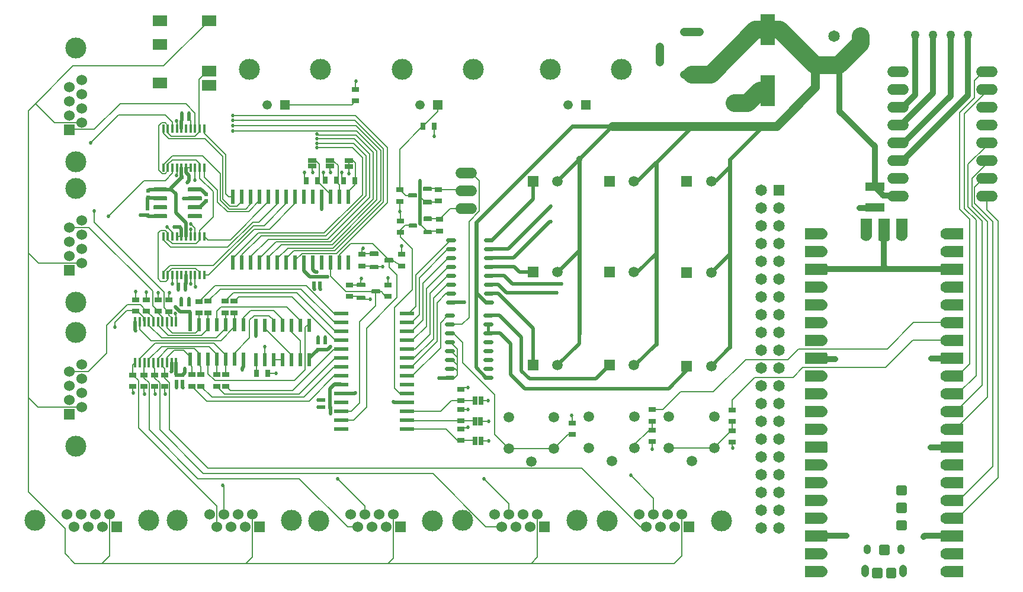
<source format=gbr>
G04 EAGLE Gerber RS-274X export*
G75*
%MOMM*%
%FSLAX34Y34*%
%LPD*%
%INTop Copper*%
%IPPOS*%
%AMOC8*
5,1,8,0,0,1.08239X$1,22.5*%
G01*
G04 Define Apertures*
%ADD10R,2.000000X1.500000*%
%ADD11R,2.715300X1.164600*%
%ADD12R,0.560000X0.629100*%
%ADD13R,0.629100X0.560000*%
%ADD14R,2.115300X4.415700*%
%ADD15R,1.500000X1.500000*%
%ADD16C,1.500000*%
%ADD17R,2.000000X0.600000*%
%ADD18R,0.600000X2.000000*%
%ADD19C,1.524000*%
%ADD20R,0.635000X1.270000*%
%ADD21R,1.270000X0.635000*%
%ADD22R,1.335000X1.335000*%
%ADD23C,1.335000*%
%ADD24C,3.000000*%
%ADD25C,1.524000*%
%ADD26R,1.524000X1.524000*%
%ADD27C,1.200000*%
%ADD28C,1.260000*%
%ADD29R,0.973900X0.798700*%
%ADD30R,0.798700X0.973900*%
%ADD31R,0.355600X1.409700*%
%ADD32R,1.000000X1.000000*%
%ADD33C,0.600000*%
%ADD34C,1.100000*%
%ADD35C,1.050000*%
%ADD36R,0.558800X1.981200*%
%ADD37R,1.650000X1.650000*%
%ADD38C,1.650000*%
%ADD39C,0.150000*%
%ADD40R,0.304800X1.168400*%
%ADD41C,0.147500*%
%ADD42C,0.203200*%
%ADD43C,0.152400*%
%ADD44C,2.540000*%
%ADD45C,0.525000*%
%ADD46C,0.812800*%
%ADD47C,0.508000*%
%ADD48C,1.270000*%
%ADD49C,0.609600*%
%ADD50C,0.406400*%
G36*
X1136808Y76100D02*
X1136808Y92200D01*
X1166862Y92200D01*
X1167389Y92131D01*
X1167884Y91926D01*
X1168308Y91600D01*
X1168634Y91175D01*
X1168839Y90681D01*
X1168908Y90153D01*
X1168908Y78147D01*
X1168839Y77619D01*
X1168634Y77125D01*
X1168308Y76700D01*
X1167884Y76374D01*
X1167389Y76169D01*
X1166862Y76100D01*
X1136808Y76100D01*
G37*
G36*
X1136808Y76100D02*
X1136808Y92200D01*
X1166862Y92200D01*
X1167389Y92131D01*
X1167884Y91926D01*
X1168308Y91600D01*
X1168634Y91175D01*
X1168839Y90681D01*
X1168908Y90153D01*
X1168908Y78147D01*
X1168839Y77619D01*
X1168634Y77125D01*
X1168308Y76700D01*
X1167884Y76374D01*
X1167389Y76169D01*
X1166862Y76100D01*
X1136808Y76100D01*
G37*
G36*
X1136808Y203100D02*
X1136808Y219200D01*
X1166862Y219200D01*
X1167389Y219131D01*
X1167884Y218926D01*
X1168308Y218600D01*
X1168634Y218175D01*
X1168839Y217681D01*
X1168908Y217153D01*
X1168908Y205147D01*
X1168839Y204619D01*
X1168634Y204125D01*
X1168308Y203700D01*
X1167884Y203374D01*
X1167389Y203169D01*
X1166862Y203100D01*
X1136808Y203100D01*
G37*
G36*
X1136808Y203100D02*
X1136808Y219200D01*
X1166862Y219200D01*
X1167389Y219131D01*
X1167884Y218926D01*
X1168308Y218600D01*
X1168634Y218175D01*
X1168839Y217681D01*
X1168908Y217153D01*
X1168908Y205147D01*
X1168839Y204619D01*
X1168634Y204125D01*
X1168308Y203700D01*
X1167884Y203374D01*
X1167389Y203169D01*
X1166862Y203100D01*
X1136808Y203100D01*
G37*
G36*
X1136808Y330100D02*
X1136808Y346200D01*
X1166862Y346200D01*
X1167389Y346131D01*
X1167884Y345926D01*
X1168308Y345600D01*
X1168634Y345175D01*
X1168839Y344681D01*
X1168908Y344153D01*
X1168908Y332147D01*
X1168839Y331619D01*
X1168634Y331125D01*
X1168308Y330700D01*
X1167884Y330374D01*
X1167389Y330169D01*
X1166862Y330100D01*
X1136808Y330100D01*
G37*
G36*
X1136808Y330100D02*
X1136808Y346200D01*
X1166862Y346200D01*
X1167389Y346131D01*
X1167884Y345926D01*
X1168308Y345600D01*
X1168634Y345175D01*
X1168839Y344681D01*
X1168908Y344153D01*
X1168908Y332147D01*
X1168839Y331619D01*
X1168634Y331125D01*
X1168308Y330700D01*
X1167884Y330374D01*
X1167389Y330169D01*
X1166862Y330100D01*
X1136808Y330100D01*
G37*
G36*
X1136808Y457100D02*
X1136808Y473200D01*
X1166862Y473200D01*
X1167389Y473131D01*
X1167884Y472926D01*
X1168308Y472600D01*
X1168634Y472175D01*
X1168839Y471681D01*
X1168908Y471153D01*
X1168908Y459147D01*
X1168839Y458619D01*
X1168634Y458125D01*
X1168308Y457700D01*
X1167884Y457374D01*
X1167389Y457169D01*
X1166862Y457100D01*
X1136808Y457100D01*
G37*
G36*
X1136808Y457100D02*
X1136808Y473200D01*
X1166862Y473200D01*
X1167389Y473131D01*
X1167884Y472926D01*
X1168308Y472600D01*
X1168634Y472175D01*
X1168839Y471681D01*
X1168908Y471153D01*
X1168908Y459147D01*
X1168839Y458619D01*
X1168634Y458125D01*
X1168308Y457700D01*
X1167884Y457374D01*
X1167389Y457169D01*
X1166862Y457100D01*
X1136808Y457100D01*
G37*
G36*
X1241708Y507647D02*
X1241708Y537700D01*
X1257808Y537700D01*
X1257808Y507647D01*
X1257739Y507119D01*
X1257534Y506625D01*
X1257208Y506200D01*
X1256784Y505874D01*
X1256289Y505669D01*
X1255762Y505600D01*
X1243755Y505600D01*
X1243228Y505669D01*
X1242733Y505874D01*
X1242309Y506200D01*
X1241983Y506625D01*
X1241778Y507119D01*
X1241708Y507647D01*
G37*
G36*
X1241708Y507647D02*
X1241708Y537700D01*
X1257808Y537700D01*
X1257808Y507647D01*
X1257739Y507119D01*
X1257534Y506625D01*
X1257208Y506200D01*
X1256784Y505874D01*
X1256289Y505669D01*
X1255762Y505600D01*
X1243755Y505600D01*
X1243228Y505669D01*
X1242733Y505874D01*
X1242309Y506200D01*
X1241983Y506625D01*
X1241778Y507119D01*
X1241708Y507647D01*
G37*
G36*
X1332128Y92131D02*
X1332655Y92200D01*
X1362708Y92200D01*
X1362708Y76100D01*
X1332655Y76100D01*
X1332128Y76169D01*
X1331633Y76374D01*
X1331209Y76700D01*
X1330883Y77125D01*
X1330678Y77619D01*
X1330608Y78147D01*
X1330608Y90153D01*
X1330678Y90681D01*
X1330883Y91175D01*
X1331209Y91600D01*
X1331633Y91926D01*
X1332128Y92131D01*
G37*
G36*
X1332128Y92131D02*
X1332655Y92200D01*
X1362708Y92200D01*
X1362708Y76100D01*
X1332655Y76100D01*
X1332128Y76169D01*
X1331633Y76374D01*
X1331209Y76700D01*
X1330883Y77125D01*
X1330678Y77619D01*
X1330608Y78147D01*
X1330608Y90153D01*
X1330678Y90681D01*
X1330883Y91175D01*
X1331209Y91600D01*
X1331633Y91926D01*
X1332128Y92131D01*
G37*
G36*
X1332128Y219131D02*
X1332655Y219200D01*
X1362708Y219200D01*
X1362708Y203100D01*
X1332655Y203100D01*
X1332128Y203169D01*
X1331633Y203374D01*
X1331209Y203700D01*
X1330883Y204125D01*
X1330678Y204619D01*
X1330608Y205147D01*
X1330608Y217153D01*
X1330678Y217681D01*
X1330883Y218175D01*
X1331209Y218600D01*
X1331633Y218926D01*
X1332128Y219131D01*
G37*
G36*
X1332128Y219131D02*
X1332655Y219200D01*
X1362708Y219200D01*
X1362708Y203100D01*
X1332655Y203100D01*
X1332128Y203169D01*
X1331633Y203374D01*
X1331209Y203700D01*
X1330883Y204125D01*
X1330678Y204619D01*
X1330608Y205147D01*
X1330608Y217153D01*
X1330678Y217681D01*
X1330883Y218175D01*
X1331209Y218600D01*
X1331633Y218926D01*
X1332128Y219131D01*
G37*
G36*
X1332128Y346131D02*
X1332655Y346200D01*
X1362708Y346200D01*
X1362708Y330100D01*
X1332655Y330100D01*
X1332128Y330169D01*
X1331633Y330374D01*
X1331209Y330700D01*
X1330883Y331125D01*
X1330678Y331619D01*
X1330608Y332147D01*
X1330608Y344153D01*
X1330678Y344681D01*
X1330883Y345175D01*
X1331209Y345600D01*
X1331633Y345926D01*
X1332128Y346131D01*
G37*
G36*
X1332128Y346131D02*
X1332655Y346200D01*
X1362708Y346200D01*
X1362708Y330100D01*
X1332655Y330100D01*
X1332128Y330169D01*
X1331633Y330374D01*
X1331209Y330700D01*
X1330883Y331125D01*
X1330678Y331619D01*
X1330608Y332147D01*
X1330608Y344153D01*
X1330678Y344681D01*
X1330883Y345175D01*
X1331209Y345600D01*
X1331633Y345926D01*
X1332128Y346131D01*
G37*
G36*
X1332128Y473131D02*
X1332655Y473200D01*
X1362708Y473200D01*
X1362708Y457100D01*
X1332655Y457100D01*
X1332128Y457169D01*
X1331633Y457374D01*
X1331209Y457700D01*
X1330883Y458125D01*
X1330678Y458619D01*
X1330608Y459147D01*
X1330608Y471153D01*
X1330678Y471681D01*
X1330883Y472175D01*
X1331209Y472600D01*
X1331633Y472926D01*
X1332128Y473131D01*
G37*
G36*
X1332128Y473131D02*
X1332655Y473200D01*
X1362708Y473200D01*
X1362708Y457100D01*
X1332655Y457100D01*
X1332128Y457169D01*
X1331633Y457374D01*
X1331209Y457700D01*
X1330883Y458125D01*
X1330678Y458619D01*
X1330608Y459147D01*
X1330608Y471153D01*
X1330678Y471681D01*
X1330883Y472175D01*
X1331209Y472600D01*
X1331633Y472926D01*
X1332128Y473131D01*
G37*
G36*
X1136808Y25300D02*
X1136808Y41400D01*
X1160861Y41400D01*
X1162429Y41246D01*
X1163939Y40787D01*
X1165331Y40044D01*
X1166551Y39042D01*
X1167552Y37822D01*
X1168296Y36431D01*
X1168754Y34921D01*
X1168909Y33350D01*
X1168754Y31779D01*
X1168296Y30269D01*
X1167552Y28878D01*
X1166551Y27658D01*
X1165331Y26656D01*
X1163939Y25913D01*
X1162429Y25454D01*
X1160861Y25300D01*
X1136808Y25300D01*
G37*
G36*
X1136808Y25300D02*
X1136808Y41400D01*
X1160861Y41400D01*
X1162429Y41246D01*
X1163939Y40787D01*
X1165331Y40044D01*
X1166551Y39042D01*
X1167552Y37822D01*
X1168296Y36431D01*
X1168754Y34921D01*
X1168909Y33350D01*
X1168754Y31779D01*
X1168296Y30269D01*
X1167552Y28878D01*
X1166551Y27658D01*
X1165331Y26656D01*
X1163939Y25913D01*
X1162429Y25454D01*
X1160861Y25300D01*
X1136808Y25300D01*
G37*
G36*
X1136808Y50700D02*
X1136808Y66800D01*
X1160861Y66800D01*
X1162429Y66646D01*
X1163939Y66187D01*
X1165331Y65444D01*
X1166551Y64442D01*
X1167552Y63222D01*
X1168296Y61831D01*
X1168754Y60321D01*
X1168909Y58750D01*
X1168754Y57179D01*
X1168296Y55669D01*
X1167552Y54278D01*
X1166551Y53058D01*
X1165331Y52056D01*
X1163939Y51313D01*
X1162429Y50854D01*
X1160861Y50700D01*
X1136808Y50700D01*
G37*
G36*
X1136808Y50700D02*
X1136808Y66800D01*
X1160861Y66800D01*
X1162429Y66646D01*
X1163939Y66187D01*
X1165331Y65444D01*
X1166551Y64442D01*
X1167552Y63222D01*
X1168296Y61831D01*
X1168754Y60321D01*
X1168909Y58750D01*
X1168754Y57179D01*
X1168296Y55669D01*
X1167552Y54278D01*
X1166551Y53058D01*
X1165331Y52056D01*
X1163939Y51313D01*
X1162429Y50854D01*
X1160861Y50700D01*
X1136808Y50700D01*
G37*
G36*
X1136808Y101500D02*
X1136808Y117600D01*
X1160861Y117600D01*
X1162429Y117446D01*
X1163939Y116987D01*
X1165331Y116244D01*
X1166551Y115242D01*
X1167552Y114022D01*
X1168296Y112631D01*
X1168754Y111121D01*
X1168909Y109550D01*
X1168754Y107979D01*
X1168296Y106469D01*
X1167552Y105078D01*
X1166551Y103858D01*
X1165331Y102856D01*
X1163939Y102113D01*
X1162429Y101654D01*
X1160861Y101500D01*
X1136808Y101500D01*
G37*
G36*
X1136808Y101500D02*
X1136808Y117600D01*
X1160861Y117600D01*
X1162429Y117446D01*
X1163939Y116987D01*
X1165331Y116244D01*
X1166551Y115242D01*
X1167552Y114022D01*
X1168296Y112631D01*
X1168754Y111121D01*
X1168909Y109550D01*
X1168754Y107979D01*
X1168296Y106469D01*
X1167552Y105078D01*
X1166551Y103858D01*
X1165331Y102856D01*
X1163939Y102113D01*
X1162429Y101654D01*
X1160861Y101500D01*
X1136808Y101500D01*
G37*
G36*
X1136808Y126900D02*
X1136808Y143000D01*
X1160861Y143000D01*
X1162429Y142846D01*
X1163939Y142387D01*
X1165331Y141644D01*
X1166551Y140642D01*
X1167552Y139422D01*
X1168296Y138031D01*
X1168754Y136521D01*
X1168909Y134950D01*
X1168754Y133379D01*
X1168296Y131869D01*
X1167552Y130478D01*
X1166551Y129258D01*
X1165331Y128256D01*
X1163939Y127513D01*
X1162429Y127054D01*
X1160861Y126900D01*
X1136808Y126900D01*
G37*
G36*
X1136808Y126900D02*
X1136808Y143000D01*
X1160861Y143000D01*
X1162429Y142846D01*
X1163939Y142387D01*
X1165331Y141644D01*
X1166551Y140642D01*
X1167552Y139422D01*
X1168296Y138031D01*
X1168754Y136521D01*
X1168909Y134950D01*
X1168754Y133379D01*
X1168296Y131869D01*
X1167552Y130478D01*
X1166551Y129258D01*
X1165331Y128256D01*
X1163939Y127513D01*
X1162429Y127054D01*
X1160861Y126900D01*
X1136808Y126900D01*
G37*
G36*
X1136808Y152300D02*
X1136808Y168400D01*
X1160861Y168400D01*
X1162429Y168246D01*
X1163939Y167787D01*
X1165331Y167044D01*
X1166551Y166042D01*
X1167552Y164822D01*
X1168296Y163431D01*
X1168754Y161921D01*
X1168909Y160350D01*
X1168754Y158779D01*
X1168296Y157269D01*
X1167552Y155878D01*
X1166551Y154658D01*
X1165331Y153656D01*
X1163939Y152913D01*
X1162429Y152454D01*
X1160861Y152300D01*
X1136808Y152300D01*
G37*
G36*
X1136808Y152300D02*
X1136808Y168400D01*
X1160861Y168400D01*
X1162429Y168246D01*
X1163939Y167787D01*
X1165331Y167044D01*
X1166551Y166042D01*
X1167552Y164822D01*
X1168296Y163431D01*
X1168754Y161921D01*
X1168909Y160350D01*
X1168754Y158779D01*
X1168296Y157269D01*
X1167552Y155878D01*
X1166551Y154658D01*
X1165331Y153656D01*
X1163939Y152913D01*
X1162429Y152454D01*
X1160861Y152300D01*
X1136808Y152300D01*
G37*
G36*
X1136808Y177700D02*
X1136808Y193800D01*
X1160861Y193800D01*
X1162429Y193646D01*
X1163939Y193187D01*
X1165331Y192444D01*
X1166551Y191442D01*
X1167552Y190222D01*
X1168296Y188831D01*
X1168754Y187321D01*
X1168909Y185750D01*
X1168754Y184179D01*
X1168296Y182669D01*
X1167552Y181278D01*
X1166551Y180058D01*
X1165331Y179056D01*
X1163939Y178313D01*
X1162429Y177854D01*
X1160861Y177700D01*
X1136808Y177700D01*
G37*
G36*
X1136808Y177700D02*
X1136808Y193800D01*
X1160861Y193800D01*
X1162429Y193646D01*
X1163939Y193187D01*
X1165331Y192444D01*
X1166551Y191442D01*
X1167552Y190222D01*
X1168296Y188831D01*
X1168754Y187321D01*
X1168909Y185750D01*
X1168754Y184179D01*
X1168296Y182669D01*
X1167552Y181278D01*
X1166551Y180058D01*
X1165331Y179056D01*
X1163939Y178313D01*
X1162429Y177854D01*
X1160861Y177700D01*
X1136808Y177700D01*
G37*
G36*
X1136808Y228500D02*
X1136808Y244600D01*
X1160861Y244600D01*
X1162429Y244446D01*
X1163939Y243987D01*
X1165331Y243244D01*
X1166551Y242242D01*
X1167552Y241022D01*
X1168296Y239631D01*
X1168754Y238121D01*
X1168909Y236550D01*
X1168754Y234979D01*
X1168296Y233469D01*
X1167552Y232078D01*
X1166551Y230858D01*
X1165331Y229856D01*
X1163939Y229113D01*
X1162429Y228654D01*
X1160861Y228500D01*
X1136808Y228500D01*
G37*
G36*
X1136808Y228500D02*
X1136808Y244600D01*
X1160861Y244600D01*
X1162429Y244446D01*
X1163939Y243987D01*
X1165331Y243244D01*
X1166551Y242242D01*
X1167552Y241022D01*
X1168296Y239631D01*
X1168754Y238121D01*
X1168909Y236550D01*
X1168754Y234979D01*
X1168296Y233469D01*
X1167552Y232078D01*
X1166551Y230858D01*
X1165331Y229856D01*
X1163939Y229113D01*
X1162429Y228654D01*
X1160861Y228500D01*
X1136808Y228500D01*
G37*
G36*
X1136808Y253900D02*
X1136808Y270000D01*
X1160861Y270000D01*
X1162429Y269846D01*
X1163939Y269387D01*
X1165331Y268644D01*
X1166551Y267642D01*
X1167552Y266422D01*
X1168296Y265031D01*
X1168754Y263521D01*
X1168909Y261950D01*
X1168754Y260379D01*
X1168296Y258869D01*
X1167552Y257478D01*
X1166551Y256258D01*
X1165331Y255256D01*
X1163939Y254513D01*
X1162429Y254054D01*
X1160861Y253900D01*
X1136808Y253900D01*
G37*
G36*
X1136808Y253900D02*
X1136808Y270000D01*
X1160861Y270000D01*
X1162429Y269846D01*
X1163939Y269387D01*
X1165331Y268644D01*
X1166551Y267642D01*
X1167552Y266422D01*
X1168296Y265031D01*
X1168754Y263521D01*
X1168909Y261950D01*
X1168754Y260379D01*
X1168296Y258869D01*
X1167552Y257478D01*
X1166551Y256258D01*
X1165331Y255256D01*
X1163939Y254513D01*
X1162429Y254054D01*
X1160861Y253900D01*
X1136808Y253900D01*
G37*
G36*
X1136808Y279300D02*
X1136808Y295400D01*
X1160861Y295400D01*
X1162429Y295246D01*
X1163939Y294787D01*
X1165331Y294044D01*
X1166551Y293042D01*
X1167552Y291822D01*
X1168296Y290431D01*
X1168754Y288921D01*
X1168909Y287350D01*
X1168754Y285779D01*
X1168296Y284269D01*
X1167552Y282878D01*
X1166551Y281658D01*
X1165331Y280656D01*
X1163939Y279913D01*
X1162429Y279454D01*
X1160861Y279300D01*
X1136808Y279300D01*
G37*
G36*
X1136808Y279300D02*
X1136808Y295400D01*
X1160861Y295400D01*
X1162429Y295246D01*
X1163939Y294787D01*
X1165331Y294044D01*
X1166551Y293042D01*
X1167552Y291822D01*
X1168296Y290431D01*
X1168754Y288921D01*
X1168909Y287350D01*
X1168754Y285779D01*
X1168296Y284269D01*
X1167552Y282878D01*
X1166551Y281658D01*
X1165331Y280656D01*
X1163939Y279913D01*
X1162429Y279454D01*
X1160861Y279300D01*
X1136808Y279300D01*
G37*
G36*
X1136808Y304700D02*
X1136808Y320800D01*
X1160861Y320800D01*
X1162429Y320646D01*
X1163939Y320187D01*
X1165331Y319444D01*
X1166551Y318442D01*
X1167552Y317222D01*
X1168296Y315831D01*
X1168754Y314321D01*
X1168909Y312750D01*
X1168754Y311179D01*
X1168296Y309669D01*
X1167552Y308278D01*
X1166551Y307058D01*
X1165331Y306056D01*
X1163939Y305313D01*
X1162429Y304854D01*
X1160861Y304700D01*
X1136808Y304700D01*
G37*
G36*
X1136808Y304700D02*
X1136808Y320800D01*
X1160861Y320800D01*
X1162429Y320646D01*
X1163939Y320187D01*
X1165331Y319444D01*
X1166551Y318442D01*
X1167552Y317222D01*
X1168296Y315831D01*
X1168754Y314321D01*
X1168909Y312750D01*
X1168754Y311179D01*
X1168296Y309669D01*
X1167552Y308278D01*
X1166551Y307058D01*
X1165331Y306056D01*
X1163939Y305313D01*
X1162429Y304854D01*
X1160861Y304700D01*
X1136808Y304700D01*
G37*
G36*
X1136808Y355500D02*
X1136808Y371600D01*
X1160861Y371600D01*
X1162429Y371446D01*
X1163939Y370987D01*
X1165331Y370244D01*
X1166551Y369242D01*
X1167552Y368022D01*
X1168296Y366631D01*
X1168754Y365121D01*
X1168909Y363550D01*
X1168754Y361979D01*
X1168296Y360469D01*
X1167552Y359078D01*
X1166551Y357858D01*
X1165331Y356856D01*
X1163939Y356113D01*
X1162429Y355654D01*
X1160861Y355500D01*
X1136808Y355500D01*
G37*
G36*
X1136808Y355500D02*
X1136808Y371600D01*
X1160861Y371600D01*
X1162429Y371446D01*
X1163939Y370987D01*
X1165331Y370244D01*
X1166551Y369242D01*
X1167552Y368022D01*
X1168296Y366631D01*
X1168754Y365121D01*
X1168909Y363550D01*
X1168754Y361979D01*
X1168296Y360469D01*
X1167552Y359078D01*
X1166551Y357858D01*
X1165331Y356856D01*
X1163939Y356113D01*
X1162429Y355654D01*
X1160861Y355500D01*
X1136808Y355500D01*
G37*
G36*
X1136808Y380900D02*
X1136808Y397000D01*
X1160861Y397000D01*
X1162429Y396846D01*
X1163939Y396387D01*
X1165331Y395644D01*
X1166551Y394642D01*
X1167552Y393422D01*
X1168296Y392031D01*
X1168754Y390521D01*
X1168909Y388950D01*
X1168754Y387379D01*
X1168296Y385869D01*
X1167552Y384478D01*
X1166551Y383258D01*
X1165331Y382256D01*
X1163939Y381513D01*
X1162429Y381054D01*
X1160861Y380900D01*
X1136808Y380900D01*
G37*
G36*
X1136808Y380900D02*
X1136808Y397000D01*
X1160861Y397000D01*
X1162429Y396846D01*
X1163939Y396387D01*
X1165331Y395644D01*
X1166551Y394642D01*
X1167552Y393422D01*
X1168296Y392031D01*
X1168754Y390521D01*
X1168909Y388950D01*
X1168754Y387379D01*
X1168296Y385869D01*
X1167552Y384478D01*
X1166551Y383258D01*
X1165331Y382256D01*
X1163939Y381513D01*
X1162429Y381054D01*
X1160861Y380900D01*
X1136808Y380900D01*
G37*
G36*
X1136808Y406300D02*
X1136808Y422400D01*
X1160861Y422400D01*
X1162429Y422246D01*
X1163939Y421787D01*
X1165331Y421044D01*
X1166551Y420042D01*
X1167552Y418822D01*
X1168296Y417431D01*
X1168754Y415921D01*
X1168909Y414350D01*
X1168754Y412779D01*
X1168296Y411269D01*
X1167552Y409878D01*
X1166551Y408658D01*
X1165331Y407656D01*
X1163939Y406913D01*
X1162429Y406454D01*
X1160861Y406300D01*
X1136808Y406300D01*
G37*
G36*
X1136808Y406300D02*
X1136808Y422400D01*
X1160861Y422400D01*
X1162429Y422246D01*
X1163939Y421787D01*
X1165331Y421044D01*
X1166551Y420042D01*
X1167552Y418822D01*
X1168296Y417431D01*
X1168754Y415921D01*
X1168909Y414350D01*
X1168754Y412779D01*
X1168296Y411269D01*
X1167552Y409878D01*
X1166551Y408658D01*
X1165331Y407656D01*
X1163939Y406913D01*
X1162429Y406454D01*
X1160861Y406300D01*
X1136808Y406300D01*
G37*
G36*
X1136808Y431700D02*
X1136808Y447800D01*
X1160861Y447800D01*
X1162429Y447646D01*
X1163939Y447187D01*
X1165331Y446444D01*
X1166551Y445442D01*
X1167552Y444222D01*
X1168296Y442831D01*
X1168754Y441321D01*
X1168909Y439750D01*
X1168754Y438179D01*
X1168296Y436669D01*
X1167552Y435278D01*
X1166551Y434058D01*
X1165331Y433056D01*
X1163939Y432313D01*
X1162429Y431854D01*
X1160861Y431700D01*
X1136808Y431700D01*
G37*
G36*
X1136808Y431700D02*
X1136808Y447800D01*
X1160861Y447800D01*
X1162429Y447646D01*
X1163939Y447187D01*
X1165331Y446444D01*
X1166551Y445442D01*
X1167552Y444222D01*
X1168296Y442831D01*
X1168754Y441321D01*
X1168909Y439750D01*
X1168754Y438179D01*
X1168296Y436669D01*
X1167552Y435278D01*
X1166551Y434058D01*
X1165331Y433056D01*
X1163939Y432313D01*
X1162429Y431854D01*
X1160861Y431700D01*
X1136808Y431700D01*
G37*
G36*
X1136808Y482500D02*
X1136808Y498600D01*
X1160861Y498600D01*
X1162429Y498446D01*
X1163939Y497987D01*
X1165331Y497244D01*
X1166551Y496242D01*
X1167552Y495022D01*
X1168296Y493631D01*
X1168754Y492121D01*
X1168909Y490550D01*
X1168754Y488979D01*
X1168296Y487469D01*
X1167552Y486078D01*
X1166551Y484858D01*
X1165331Y483856D01*
X1163939Y483113D01*
X1162429Y482654D01*
X1160861Y482500D01*
X1136808Y482500D01*
G37*
G36*
X1136808Y482500D02*
X1136808Y498600D01*
X1160861Y498600D01*
X1162429Y498446D01*
X1163939Y497987D01*
X1165331Y497244D01*
X1166551Y496242D01*
X1167552Y495022D01*
X1168296Y493631D01*
X1168754Y492121D01*
X1168909Y490550D01*
X1168754Y488979D01*
X1168296Y487469D01*
X1167552Y486078D01*
X1166551Y484858D01*
X1165331Y483856D01*
X1163939Y483113D01*
X1162429Y482654D01*
X1160861Y482500D01*
X1136808Y482500D01*
G37*
G36*
X1136808Y507900D02*
X1136808Y524000D01*
X1160861Y524000D01*
X1162429Y523846D01*
X1163939Y523387D01*
X1165331Y522644D01*
X1166551Y521642D01*
X1167552Y520422D01*
X1168296Y519031D01*
X1168754Y517521D01*
X1168909Y515950D01*
X1168754Y514379D01*
X1168296Y512869D01*
X1167552Y511478D01*
X1166551Y510258D01*
X1165331Y509256D01*
X1163939Y508513D01*
X1162429Y508054D01*
X1160861Y507900D01*
X1136808Y507900D01*
G37*
G36*
X1136808Y507900D02*
X1136808Y524000D01*
X1160861Y524000D01*
X1162429Y523846D01*
X1163939Y523387D01*
X1165331Y522644D01*
X1166551Y521642D01*
X1167552Y520422D01*
X1168296Y519031D01*
X1168754Y517521D01*
X1168909Y515950D01*
X1168754Y514379D01*
X1168296Y512869D01*
X1167552Y511478D01*
X1166551Y510258D01*
X1165331Y509256D01*
X1163939Y508513D01*
X1162429Y508054D01*
X1160861Y507900D01*
X1136808Y507900D01*
G37*
G36*
X1216308Y513648D02*
X1216308Y537700D01*
X1232408Y537700D01*
X1232408Y513648D01*
X1232254Y512079D01*
X1231796Y510569D01*
X1231052Y509178D01*
X1230051Y507958D01*
X1228831Y506956D01*
X1227439Y506213D01*
X1225929Y505754D01*
X1224358Y505600D01*
X1222788Y505754D01*
X1221278Y506213D01*
X1219886Y506956D01*
X1218666Y507958D01*
X1217665Y509178D01*
X1216921Y510569D01*
X1216463Y512079D01*
X1216308Y513648D01*
G37*
G36*
X1216308Y513648D02*
X1216308Y537700D01*
X1232408Y537700D01*
X1232408Y513648D01*
X1232254Y512079D01*
X1231796Y510569D01*
X1231052Y509178D01*
X1230051Y507958D01*
X1228831Y506956D01*
X1227439Y506213D01*
X1225929Y505754D01*
X1224358Y505600D01*
X1222788Y505754D01*
X1221278Y506213D01*
X1219886Y506956D01*
X1218666Y507958D01*
X1217665Y509178D01*
X1216921Y510569D01*
X1216463Y512079D01*
X1216308Y513648D01*
G37*
G36*
X1267108Y513648D02*
X1267108Y537700D01*
X1283208Y537700D01*
X1283208Y513648D01*
X1283054Y512079D01*
X1282596Y510569D01*
X1281852Y509178D01*
X1280851Y507958D01*
X1279631Y506956D01*
X1278239Y506213D01*
X1276729Y505754D01*
X1275158Y505600D01*
X1273588Y505754D01*
X1272078Y506213D01*
X1270686Y506956D01*
X1269466Y507958D01*
X1268465Y509178D01*
X1267721Y510569D01*
X1267263Y512079D01*
X1267108Y513648D01*
G37*
G36*
X1267108Y513648D02*
X1267108Y537700D01*
X1283208Y537700D01*
X1283208Y513648D01*
X1283054Y512079D01*
X1282596Y510569D01*
X1281852Y509178D01*
X1280851Y507958D01*
X1279631Y506956D01*
X1278239Y506213D01*
X1276729Y505754D01*
X1275158Y505600D01*
X1273588Y505754D01*
X1272078Y506213D01*
X1270686Y506956D01*
X1269466Y507958D01*
X1268465Y509178D01*
X1267721Y510569D01*
X1267263Y512079D01*
X1267108Y513648D01*
G37*
G36*
X1337088Y41246D02*
X1338656Y41400D01*
X1362708Y41400D01*
X1362708Y25300D01*
X1338656Y25300D01*
X1337088Y25454D01*
X1335578Y25913D01*
X1334186Y26656D01*
X1332966Y27658D01*
X1331965Y28878D01*
X1331221Y30269D01*
X1330763Y31779D01*
X1330608Y33350D01*
X1330763Y34921D01*
X1331221Y36431D01*
X1331965Y37822D01*
X1332966Y39042D01*
X1334186Y40044D01*
X1335578Y40787D01*
X1337088Y41246D01*
G37*
G36*
X1337088Y41246D02*
X1338656Y41400D01*
X1362708Y41400D01*
X1362708Y25300D01*
X1338656Y25300D01*
X1337088Y25454D01*
X1335578Y25913D01*
X1334186Y26656D01*
X1332966Y27658D01*
X1331965Y28878D01*
X1331221Y30269D01*
X1330763Y31779D01*
X1330608Y33350D01*
X1330763Y34921D01*
X1331221Y36431D01*
X1331965Y37822D01*
X1332966Y39042D01*
X1334186Y40044D01*
X1335578Y40787D01*
X1337088Y41246D01*
G37*
G36*
X1337088Y66646D02*
X1338656Y66800D01*
X1362708Y66800D01*
X1362708Y50700D01*
X1338656Y50700D01*
X1337088Y50854D01*
X1335578Y51313D01*
X1334186Y52056D01*
X1332966Y53058D01*
X1331965Y54278D01*
X1331221Y55669D01*
X1330763Y57179D01*
X1330608Y58750D01*
X1330763Y60321D01*
X1331221Y61831D01*
X1331965Y63222D01*
X1332966Y64442D01*
X1334186Y65444D01*
X1335578Y66187D01*
X1337088Y66646D01*
G37*
G36*
X1337088Y66646D02*
X1338656Y66800D01*
X1362708Y66800D01*
X1362708Y50700D01*
X1338656Y50700D01*
X1337088Y50854D01*
X1335578Y51313D01*
X1334186Y52056D01*
X1332966Y53058D01*
X1331965Y54278D01*
X1331221Y55669D01*
X1330763Y57179D01*
X1330608Y58750D01*
X1330763Y60321D01*
X1331221Y61831D01*
X1331965Y63222D01*
X1332966Y64442D01*
X1334186Y65444D01*
X1335578Y66187D01*
X1337088Y66646D01*
G37*
G36*
X1337088Y117446D02*
X1338656Y117600D01*
X1362708Y117600D01*
X1362708Y101500D01*
X1338656Y101500D01*
X1337088Y101654D01*
X1335578Y102113D01*
X1334186Y102856D01*
X1332966Y103858D01*
X1331965Y105078D01*
X1331221Y106469D01*
X1330763Y107979D01*
X1330608Y109550D01*
X1330763Y111121D01*
X1331221Y112631D01*
X1331965Y114022D01*
X1332966Y115242D01*
X1334186Y116244D01*
X1335578Y116987D01*
X1337088Y117446D01*
G37*
G36*
X1337088Y117446D02*
X1338656Y117600D01*
X1362708Y117600D01*
X1362708Y101500D01*
X1338656Y101500D01*
X1337088Y101654D01*
X1335578Y102113D01*
X1334186Y102856D01*
X1332966Y103858D01*
X1331965Y105078D01*
X1331221Y106469D01*
X1330763Y107979D01*
X1330608Y109550D01*
X1330763Y111121D01*
X1331221Y112631D01*
X1331965Y114022D01*
X1332966Y115242D01*
X1334186Y116244D01*
X1335578Y116987D01*
X1337088Y117446D01*
G37*
G36*
X1337088Y142846D02*
X1338656Y143000D01*
X1362708Y143000D01*
X1362708Y126900D01*
X1338656Y126900D01*
X1337088Y127054D01*
X1335578Y127513D01*
X1334186Y128256D01*
X1332966Y129258D01*
X1331965Y130478D01*
X1331221Y131869D01*
X1330763Y133379D01*
X1330608Y134950D01*
X1330763Y136521D01*
X1331221Y138031D01*
X1331965Y139422D01*
X1332966Y140642D01*
X1334186Y141644D01*
X1335578Y142387D01*
X1337088Y142846D01*
G37*
G36*
X1337088Y142846D02*
X1338656Y143000D01*
X1362708Y143000D01*
X1362708Y126900D01*
X1338656Y126900D01*
X1337088Y127054D01*
X1335578Y127513D01*
X1334186Y128256D01*
X1332966Y129258D01*
X1331965Y130478D01*
X1331221Y131869D01*
X1330763Y133379D01*
X1330608Y134950D01*
X1330763Y136521D01*
X1331221Y138031D01*
X1331965Y139422D01*
X1332966Y140642D01*
X1334186Y141644D01*
X1335578Y142387D01*
X1337088Y142846D01*
G37*
G36*
X1337088Y168246D02*
X1338656Y168400D01*
X1362708Y168400D01*
X1362708Y152300D01*
X1338656Y152300D01*
X1337088Y152454D01*
X1335578Y152913D01*
X1334186Y153656D01*
X1332966Y154658D01*
X1331965Y155878D01*
X1331221Y157269D01*
X1330763Y158779D01*
X1330608Y160350D01*
X1330763Y161921D01*
X1331221Y163431D01*
X1331965Y164822D01*
X1332966Y166042D01*
X1334186Y167044D01*
X1335578Y167787D01*
X1337088Y168246D01*
G37*
G36*
X1337088Y168246D02*
X1338656Y168400D01*
X1362708Y168400D01*
X1362708Y152300D01*
X1338656Y152300D01*
X1337088Y152454D01*
X1335578Y152913D01*
X1334186Y153656D01*
X1332966Y154658D01*
X1331965Y155878D01*
X1331221Y157269D01*
X1330763Y158779D01*
X1330608Y160350D01*
X1330763Y161921D01*
X1331221Y163431D01*
X1331965Y164822D01*
X1332966Y166042D01*
X1334186Y167044D01*
X1335578Y167787D01*
X1337088Y168246D01*
G37*
G36*
X1337088Y193646D02*
X1338656Y193800D01*
X1362708Y193800D01*
X1362708Y177700D01*
X1338656Y177700D01*
X1337088Y177854D01*
X1335578Y178313D01*
X1334186Y179056D01*
X1332966Y180058D01*
X1331965Y181278D01*
X1331221Y182669D01*
X1330763Y184179D01*
X1330608Y185750D01*
X1330763Y187321D01*
X1331221Y188831D01*
X1331965Y190222D01*
X1332966Y191442D01*
X1334186Y192444D01*
X1335578Y193187D01*
X1337088Y193646D01*
G37*
G36*
X1337088Y193646D02*
X1338656Y193800D01*
X1362708Y193800D01*
X1362708Y177700D01*
X1338656Y177700D01*
X1337088Y177854D01*
X1335578Y178313D01*
X1334186Y179056D01*
X1332966Y180058D01*
X1331965Y181278D01*
X1331221Y182669D01*
X1330763Y184179D01*
X1330608Y185750D01*
X1330763Y187321D01*
X1331221Y188831D01*
X1331965Y190222D01*
X1332966Y191442D01*
X1334186Y192444D01*
X1335578Y193187D01*
X1337088Y193646D01*
G37*
G36*
X1337088Y244446D02*
X1338656Y244600D01*
X1362708Y244600D01*
X1362708Y228500D01*
X1338656Y228500D01*
X1337088Y228654D01*
X1335578Y229113D01*
X1334186Y229856D01*
X1332966Y230858D01*
X1331965Y232078D01*
X1331221Y233469D01*
X1330763Y234979D01*
X1330608Y236550D01*
X1330763Y238121D01*
X1331221Y239631D01*
X1331965Y241022D01*
X1332966Y242242D01*
X1334186Y243244D01*
X1335578Y243987D01*
X1337088Y244446D01*
G37*
G36*
X1337088Y244446D02*
X1338656Y244600D01*
X1362708Y244600D01*
X1362708Y228500D01*
X1338656Y228500D01*
X1337088Y228654D01*
X1335578Y229113D01*
X1334186Y229856D01*
X1332966Y230858D01*
X1331965Y232078D01*
X1331221Y233469D01*
X1330763Y234979D01*
X1330608Y236550D01*
X1330763Y238121D01*
X1331221Y239631D01*
X1331965Y241022D01*
X1332966Y242242D01*
X1334186Y243244D01*
X1335578Y243987D01*
X1337088Y244446D01*
G37*
G36*
X1337088Y269846D02*
X1338656Y270000D01*
X1362708Y270000D01*
X1362708Y253900D01*
X1338656Y253900D01*
X1337088Y254054D01*
X1335578Y254513D01*
X1334186Y255256D01*
X1332966Y256258D01*
X1331965Y257478D01*
X1331221Y258869D01*
X1330763Y260379D01*
X1330608Y261950D01*
X1330763Y263521D01*
X1331221Y265031D01*
X1331965Y266422D01*
X1332966Y267642D01*
X1334186Y268644D01*
X1335578Y269387D01*
X1337088Y269846D01*
G37*
G36*
X1337088Y269846D02*
X1338656Y270000D01*
X1362708Y270000D01*
X1362708Y253900D01*
X1338656Y253900D01*
X1337088Y254054D01*
X1335578Y254513D01*
X1334186Y255256D01*
X1332966Y256258D01*
X1331965Y257478D01*
X1331221Y258869D01*
X1330763Y260379D01*
X1330608Y261950D01*
X1330763Y263521D01*
X1331221Y265031D01*
X1331965Y266422D01*
X1332966Y267642D01*
X1334186Y268644D01*
X1335578Y269387D01*
X1337088Y269846D01*
G37*
G36*
X1337088Y295246D02*
X1338656Y295400D01*
X1362708Y295400D01*
X1362708Y279300D01*
X1338656Y279300D01*
X1337088Y279454D01*
X1335578Y279913D01*
X1334186Y280656D01*
X1332966Y281658D01*
X1331965Y282878D01*
X1331221Y284269D01*
X1330763Y285779D01*
X1330608Y287350D01*
X1330763Y288921D01*
X1331221Y290431D01*
X1331965Y291822D01*
X1332966Y293042D01*
X1334186Y294044D01*
X1335578Y294787D01*
X1337088Y295246D01*
G37*
G36*
X1337088Y295246D02*
X1338656Y295400D01*
X1362708Y295400D01*
X1362708Y279300D01*
X1338656Y279300D01*
X1337088Y279454D01*
X1335578Y279913D01*
X1334186Y280656D01*
X1332966Y281658D01*
X1331965Y282878D01*
X1331221Y284269D01*
X1330763Y285779D01*
X1330608Y287350D01*
X1330763Y288921D01*
X1331221Y290431D01*
X1331965Y291822D01*
X1332966Y293042D01*
X1334186Y294044D01*
X1335578Y294787D01*
X1337088Y295246D01*
G37*
G36*
X1337088Y320646D02*
X1338656Y320800D01*
X1362708Y320800D01*
X1362708Y304700D01*
X1338656Y304700D01*
X1337088Y304854D01*
X1335578Y305313D01*
X1334186Y306056D01*
X1332966Y307058D01*
X1331965Y308278D01*
X1331221Y309669D01*
X1330763Y311179D01*
X1330608Y312750D01*
X1330763Y314321D01*
X1331221Y315831D01*
X1331965Y317222D01*
X1332966Y318442D01*
X1334186Y319444D01*
X1335578Y320187D01*
X1337088Y320646D01*
G37*
G36*
X1337088Y320646D02*
X1338656Y320800D01*
X1362708Y320800D01*
X1362708Y304700D01*
X1338656Y304700D01*
X1337088Y304854D01*
X1335578Y305313D01*
X1334186Y306056D01*
X1332966Y307058D01*
X1331965Y308278D01*
X1331221Y309669D01*
X1330763Y311179D01*
X1330608Y312750D01*
X1330763Y314321D01*
X1331221Y315831D01*
X1331965Y317222D01*
X1332966Y318442D01*
X1334186Y319444D01*
X1335578Y320187D01*
X1337088Y320646D01*
G37*
G36*
X1337088Y371446D02*
X1338656Y371600D01*
X1362708Y371600D01*
X1362708Y355500D01*
X1338656Y355500D01*
X1337088Y355654D01*
X1335578Y356113D01*
X1334186Y356856D01*
X1332966Y357858D01*
X1331965Y359078D01*
X1331221Y360469D01*
X1330763Y361979D01*
X1330608Y363550D01*
X1330763Y365121D01*
X1331221Y366631D01*
X1331965Y368022D01*
X1332966Y369242D01*
X1334186Y370244D01*
X1335578Y370987D01*
X1337088Y371446D01*
G37*
G36*
X1337088Y371446D02*
X1338656Y371600D01*
X1362708Y371600D01*
X1362708Y355500D01*
X1338656Y355500D01*
X1337088Y355654D01*
X1335578Y356113D01*
X1334186Y356856D01*
X1332966Y357858D01*
X1331965Y359078D01*
X1331221Y360469D01*
X1330763Y361979D01*
X1330608Y363550D01*
X1330763Y365121D01*
X1331221Y366631D01*
X1331965Y368022D01*
X1332966Y369242D01*
X1334186Y370244D01*
X1335578Y370987D01*
X1337088Y371446D01*
G37*
G36*
X1337088Y396846D02*
X1338656Y397000D01*
X1362708Y397000D01*
X1362708Y380900D01*
X1338656Y380900D01*
X1337088Y381054D01*
X1335578Y381513D01*
X1334186Y382256D01*
X1332966Y383258D01*
X1331965Y384478D01*
X1331221Y385869D01*
X1330763Y387379D01*
X1330608Y388950D01*
X1330763Y390521D01*
X1331221Y392031D01*
X1331965Y393422D01*
X1332966Y394642D01*
X1334186Y395644D01*
X1335578Y396387D01*
X1337088Y396846D01*
G37*
G36*
X1337088Y396846D02*
X1338656Y397000D01*
X1362708Y397000D01*
X1362708Y380900D01*
X1338656Y380900D01*
X1337088Y381054D01*
X1335578Y381513D01*
X1334186Y382256D01*
X1332966Y383258D01*
X1331965Y384478D01*
X1331221Y385869D01*
X1330763Y387379D01*
X1330608Y388950D01*
X1330763Y390521D01*
X1331221Y392031D01*
X1331965Y393422D01*
X1332966Y394642D01*
X1334186Y395644D01*
X1335578Y396387D01*
X1337088Y396846D01*
G37*
G36*
X1337088Y422246D02*
X1338656Y422400D01*
X1362708Y422400D01*
X1362708Y406300D01*
X1338656Y406300D01*
X1337088Y406454D01*
X1335578Y406913D01*
X1334186Y407656D01*
X1332966Y408658D01*
X1331965Y409878D01*
X1331221Y411269D01*
X1330763Y412779D01*
X1330608Y414350D01*
X1330763Y415921D01*
X1331221Y417431D01*
X1331965Y418822D01*
X1332966Y420042D01*
X1334186Y421044D01*
X1335578Y421787D01*
X1337088Y422246D01*
G37*
G36*
X1337088Y422246D02*
X1338656Y422400D01*
X1362708Y422400D01*
X1362708Y406300D01*
X1338656Y406300D01*
X1337088Y406454D01*
X1335578Y406913D01*
X1334186Y407656D01*
X1332966Y408658D01*
X1331965Y409878D01*
X1331221Y411269D01*
X1330763Y412779D01*
X1330608Y414350D01*
X1330763Y415921D01*
X1331221Y417431D01*
X1331965Y418822D01*
X1332966Y420042D01*
X1334186Y421044D01*
X1335578Y421787D01*
X1337088Y422246D01*
G37*
G36*
X1337088Y447646D02*
X1338656Y447800D01*
X1362708Y447800D01*
X1362708Y431700D01*
X1338656Y431700D01*
X1337088Y431854D01*
X1335578Y432313D01*
X1334186Y433056D01*
X1332966Y434058D01*
X1331965Y435278D01*
X1331221Y436669D01*
X1330763Y438179D01*
X1330608Y439750D01*
X1330763Y441321D01*
X1331221Y442831D01*
X1331965Y444222D01*
X1332966Y445442D01*
X1334186Y446444D01*
X1335578Y447187D01*
X1337088Y447646D01*
G37*
G36*
X1337088Y447646D02*
X1338656Y447800D01*
X1362708Y447800D01*
X1362708Y431700D01*
X1338656Y431700D01*
X1337088Y431854D01*
X1335578Y432313D01*
X1334186Y433056D01*
X1332966Y434058D01*
X1331965Y435278D01*
X1331221Y436669D01*
X1330763Y438179D01*
X1330608Y439750D01*
X1330763Y441321D01*
X1331221Y442831D01*
X1331965Y444222D01*
X1332966Y445442D01*
X1334186Y446444D01*
X1335578Y447187D01*
X1337088Y447646D01*
G37*
G36*
X1337088Y498446D02*
X1338656Y498600D01*
X1362708Y498600D01*
X1362708Y482500D01*
X1338656Y482500D01*
X1337088Y482654D01*
X1335578Y483113D01*
X1334186Y483856D01*
X1332966Y484858D01*
X1331965Y486078D01*
X1331221Y487469D01*
X1330763Y488979D01*
X1330608Y490550D01*
X1330763Y492121D01*
X1331221Y493631D01*
X1331965Y495022D01*
X1332966Y496242D01*
X1334186Y497244D01*
X1335578Y497987D01*
X1337088Y498446D01*
G37*
G36*
X1337088Y498446D02*
X1338656Y498600D01*
X1362708Y498600D01*
X1362708Y482500D01*
X1338656Y482500D01*
X1337088Y482654D01*
X1335578Y483113D01*
X1334186Y483856D01*
X1332966Y484858D01*
X1331965Y486078D01*
X1331221Y487469D01*
X1330763Y488979D01*
X1330608Y490550D01*
X1330763Y492121D01*
X1331221Y493631D01*
X1331965Y495022D01*
X1332966Y496242D01*
X1334186Y497244D01*
X1335578Y497987D01*
X1337088Y498446D01*
G37*
G36*
X1337088Y523846D02*
X1338656Y524000D01*
X1362708Y524000D01*
X1362708Y507900D01*
X1338656Y507900D01*
X1337088Y508054D01*
X1335578Y508513D01*
X1334186Y509256D01*
X1332966Y510258D01*
X1331965Y511478D01*
X1331221Y512869D01*
X1330763Y514379D01*
X1330608Y515950D01*
X1330763Y517521D01*
X1331221Y519031D01*
X1331965Y520422D01*
X1332966Y521642D01*
X1334186Y522644D01*
X1335578Y523387D01*
X1337088Y523846D01*
G37*
G36*
X1337088Y523846D02*
X1338656Y524000D01*
X1362708Y524000D01*
X1362708Y507900D01*
X1338656Y507900D01*
X1337088Y508054D01*
X1335578Y508513D01*
X1334186Y509256D01*
X1332966Y510258D01*
X1331965Y511478D01*
X1331221Y512869D01*
X1330763Y514379D01*
X1330608Y515950D01*
X1330763Y517521D01*
X1331221Y519031D01*
X1331965Y520422D01*
X1332966Y521642D01*
X1334186Y522644D01*
X1335578Y523387D01*
X1337088Y523846D01*
G37*
D10*
X285060Y820310D03*
X215060Y820310D03*
X215060Y786310D03*
X215060Y731310D03*
X285060Y748310D03*
X285060Y728310D03*
D11*
X1236750Y582974D03*
X1236750Y553466D03*
D12*
X458006Y268500D03*
X448314Y268500D03*
D13*
X443760Y454656D03*
X443760Y444964D03*
X434870Y454656D03*
X434870Y444964D03*
D14*
X1084050Y807510D03*
X1084050Y720456D03*
D13*
X256770Y404834D03*
X256770Y414526D03*
X450810Y350714D03*
X450810Y360406D03*
X238530Y313986D03*
X238530Y304294D03*
X245340Y404834D03*
X245340Y414526D03*
X440650Y350714D03*
X440650Y360406D03*
X247420Y313986D03*
X247420Y304294D03*
D12*
X458006Y278660D03*
X448314Y278660D03*
D15*
X967990Y326740D03*
D16*
X1002990Y326740D03*
D17*
X473884Y402060D03*
X473884Y389360D03*
X473884Y376660D03*
X473884Y363960D03*
X473884Y351260D03*
X473884Y338560D03*
X473884Y325860D03*
X473884Y313160D03*
X473884Y300460D03*
X473884Y287760D03*
X473884Y275060D03*
X473884Y262360D03*
X473884Y249660D03*
X473884Y236960D03*
X567884Y236960D03*
X567884Y249660D03*
X567884Y262360D03*
X567884Y275060D03*
X567884Y287760D03*
X567884Y300460D03*
X567884Y313160D03*
X567884Y325860D03*
X567884Y338560D03*
X567884Y351260D03*
X567884Y363960D03*
X567884Y376660D03*
X567884Y389360D03*
X567884Y402060D03*
D18*
X319510Y474740D03*
X332210Y474740D03*
X344910Y474740D03*
X357610Y474740D03*
X370310Y474740D03*
X383010Y474740D03*
X395710Y474740D03*
X408410Y474740D03*
X421110Y474740D03*
X433810Y474740D03*
X446510Y474740D03*
X459210Y474740D03*
X471910Y474740D03*
X484610Y474740D03*
X484610Y568740D03*
X471910Y568740D03*
X459210Y568740D03*
X446510Y568740D03*
X433810Y568740D03*
X421110Y568740D03*
X408410Y568740D03*
X395710Y568740D03*
X383010Y568740D03*
X370310Y568740D03*
X357610Y568740D03*
X344910Y568740D03*
X332210Y568740D03*
X319510Y568740D03*
D19*
X1389150Y569490D02*
X1404390Y569490D01*
X1404390Y594890D02*
X1389150Y594890D01*
X1389150Y620290D02*
X1404390Y620290D01*
X1404390Y645690D02*
X1389150Y645690D01*
X1389150Y671090D02*
X1404390Y671090D01*
X1404390Y696490D02*
X1389150Y696490D01*
X1389150Y721890D02*
X1404390Y721890D01*
X1404390Y747290D02*
X1389150Y747290D01*
X1277390Y569490D02*
X1262150Y569490D01*
X1262150Y594890D02*
X1277390Y594890D01*
X1277390Y620290D02*
X1262150Y620290D01*
X1262150Y645690D02*
X1277390Y645690D01*
X1277390Y671090D02*
X1262150Y671090D01*
X1262150Y696490D02*
X1277390Y696490D01*
X1277390Y721890D02*
X1262150Y721890D01*
X1262150Y747290D02*
X1277390Y747290D01*
D20*
X673838Y220138D03*
X665710Y220138D03*
X673121Y248136D03*
X664993Y248136D03*
X673629Y277854D03*
X665501Y277854D03*
D21*
X484910Y612162D03*
X484910Y620290D03*
X458240Y612416D03*
X458240Y620544D03*
X432840Y612416D03*
X432840Y620544D03*
D22*
X393470Y700300D03*
D23*
X368070Y700300D03*
D24*
X444270Y751100D03*
X342670Y751100D03*
D22*
X824000Y700300D03*
D23*
X798600Y700300D03*
D24*
X874800Y751100D03*
X773200Y751100D03*
D25*
X900154Y114578D03*
X920474Y114578D03*
X940794Y114578D03*
X961114Y114578D03*
X910314Y96798D03*
X930634Y96798D03*
X950954Y96798D03*
D26*
X971274Y96798D03*
D24*
X1017214Y105988D03*
X854214Y105988D03*
D25*
X693645Y115079D03*
X713965Y115079D03*
X734285Y115079D03*
X754605Y115079D03*
X703805Y97299D03*
X724125Y97299D03*
X744445Y97299D03*
D26*
X764765Y97299D03*
D24*
X810705Y106489D03*
X647705Y106489D03*
D25*
X487404Y114578D03*
X507724Y114578D03*
X528044Y114578D03*
X548364Y114578D03*
X497564Y96798D03*
X517884Y96798D03*
X538204Y96798D03*
D26*
X558524Y96798D03*
D24*
X604464Y105988D03*
X441464Y105988D03*
D25*
X285745Y115309D03*
X306065Y115309D03*
X326385Y115309D03*
X346705Y115309D03*
X295905Y97529D03*
X316225Y97529D03*
X336545Y97529D03*
D26*
X356865Y97529D03*
D24*
X402805Y106719D03*
X239805Y106719D03*
D25*
X82119Y114883D03*
X102439Y114883D03*
X122759Y114883D03*
X143079Y114883D03*
X92279Y97103D03*
X112599Y97103D03*
X132919Y97103D03*
D26*
X153239Y97103D03*
D24*
X199179Y106293D03*
X36179Y106293D03*
D25*
X103400Y329160D03*
X103400Y308840D03*
X103400Y288520D03*
X103400Y268200D03*
X85620Y319000D03*
X85620Y298680D03*
X85620Y278360D03*
D26*
X85620Y258040D03*
D24*
X94810Y212100D03*
X94810Y375100D03*
D25*
X103400Y534900D03*
X103400Y514580D03*
X103400Y494260D03*
X103400Y473940D03*
X85620Y524740D03*
X85620Y504420D03*
X85620Y484100D03*
D26*
X85620Y463780D03*
D24*
X94810Y417840D03*
X94810Y580840D03*
D25*
X103400Y735560D03*
X103400Y715240D03*
X103400Y694920D03*
X103400Y674600D03*
X85620Y725400D03*
X85620Y705080D03*
X85620Y684760D03*
D26*
X85620Y664440D03*
D24*
X94810Y618500D03*
X94810Y781500D03*
D27*
X964410Y804370D02*
X986410Y804370D01*
X929410Y782870D02*
X929410Y760870D01*
X964410Y743370D02*
X986410Y743370D01*
D28*
X1294870Y799870D03*
X1319870Y799870D03*
X1344870Y799870D03*
X1369870Y799870D03*
D29*
X1032566Y263780D03*
X1032566Y247476D03*
X176300Y297768D03*
X176300Y314072D03*
X180361Y421433D03*
X180361Y405129D03*
X195664Y421642D03*
X195664Y405338D03*
X212320Y421642D03*
X212320Y405338D03*
X227560Y421114D03*
X227560Y404810D03*
X644756Y264924D03*
X644756Y248620D03*
X918520Y264542D03*
X918520Y248238D03*
X644882Y236823D03*
X644882Y220519D03*
X644882Y293372D03*
X644882Y277068D03*
D30*
X450848Y592050D03*
X467152Y592050D03*
X477357Y592007D03*
X493661Y592007D03*
X423763Y592007D03*
X440067Y592007D03*
D29*
X494560Y722122D03*
X494560Y705818D03*
X1032566Y218266D03*
X1032566Y234570D03*
X918520Y219028D03*
X918520Y235332D03*
X803886Y245112D03*
X803886Y228808D03*
X221720Y297688D03*
X221720Y313992D03*
X207750Y297688D03*
X207750Y313992D03*
X192510Y297688D03*
X192510Y313992D03*
D31*
X238059Y390437D03*
X231560Y390437D03*
X225060Y390437D03*
X218560Y390437D03*
X212060Y390437D03*
X205560Y390437D03*
X199060Y390437D03*
X192560Y390437D03*
X186060Y390437D03*
X179561Y390437D03*
X179561Y331383D03*
X186060Y331383D03*
X192560Y331383D03*
X199060Y331383D03*
X205560Y331383D03*
X212060Y331383D03*
X218560Y331383D03*
X225060Y331383D03*
X231560Y331383D03*
X238059Y331383D03*
D32*
X1346658Y33350D03*
X1152858Y33350D03*
X1152858Y84150D03*
X1275158Y521650D03*
X1249758Y521650D03*
X1346658Y58750D03*
X1346658Y109550D03*
X1346658Y134950D03*
X1346658Y160350D03*
X1346658Y185750D03*
X1346658Y236550D03*
X1346658Y261950D03*
X1346658Y287350D03*
X1346658Y312750D03*
X1346658Y363550D03*
X1346658Y388950D03*
X1346658Y414350D03*
X1346658Y439750D03*
X1346658Y490550D03*
X1346658Y515950D03*
X1346658Y84150D03*
X1346658Y211150D03*
X1346658Y338150D03*
X1346658Y465150D03*
X1152858Y58750D03*
X1152858Y109550D03*
X1152858Y134950D03*
X1152858Y160350D03*
X1152858Y185750D03*
X1152858Y236550D03*
X1152858Y261950D03*
X1152858Y287350D03*
X1152858Y312750D03*
X1152858Y363550D03*
X1152858Y388950D03*
X1152858Y414350D03*
X1152858Y439750D03*
X1152858Y490550D03*
X1152858Y515950D03*
X1152858Y211150D03*
X1152858Y338150D03*
X1152858Y465150D03*
X1224358Y521650D03*
D33*
X1255258Y36150D02*
X1264258Y36150D01*
X1264258Y27150D01*
X1255258Y27150D01*
X1255258Y36150D01*
X1255258Y32850D02*
X1264258Y32850D01*
X1244258Y36150D02*
X1235258Y36150D01*
X1244258Y36150D02*
X1244258Y27150D01*
X1235258Y27150D01*
X1235258Y36150D01*
X1235258Y32850D02*
X1244258Y32850D01*
X1245258Y69150D02*
X1254258Y69150D01*
X1254258Y60150D01*
X1245258Y60150D01*
X1245258Y69150D01*
X1245258Y65850D02*
X1254258Y65850D01*
X1270258Y104150D02*
X1279258Y104150D01*
X1279258Y95150D01*
X1270258Y95150D01*
X1270258Y104150D01*
X1270258Y100850D02*
X1279258Y100850D01*
X1279258Y129150D02*
X1270258Y129150D01*
X1279258Y129150D02*
X1279258Y120150D01*
X1270258Y120150D01*
X1270258Y129150D01*
X1270258Y125850D02*
X1279258Y125850D01*
X1279258Y154150D02*
X1270258Y154150D01*
X1279258Y154150D02*
X1279258Y145150D01*
X1270258Y145150D01*
X1270258Y154150D01*
X1270258Y150850D02*
X1279258Y150850D01*
D34*
X1277008Y38150D02*
X1277008Y31150D01*
X1222508Y31150D02*
X1222508Y38150D01*
D35*
X1274008Y62950D02*
X1274008Y66950D01*
X1225508Y66950D02*
X1225508Y62950D01*
D36*
X257898Y336447D03*
X270598Y336447D03*
X283298Y336447D03*
X295998Y336447D03*
X308698Y336447D03*
X321398Y336447D03*
X334098Y336447D03*
X334098Y385723D03*
X321398Y385723D03*
X308698Y385723D03*
X295998Y385723D03*
X283298Y385723D03*
X270598Y385723D03*
X257898Y385723D03*
X428030Y385278D03*
X415330Y385278D03*
X402630Y385278D03*
X389930Y385278D03*
X377230Y385278D03*
X364530Y385278D03*
X351830Y385278D03*
X351830Y336002D03*
X364530Y336002D03*
X377230Y336002D03*
X389930Y336002D03*
X402630Y336002D03*
X415330Y336002D03*
X428030Y336002D03*
D33*
X626400Y507070D02*
X634900Y507070D01*
X634900Y494370D02*
X626400Y494370D01*
X626400Y481670D02*
X634900Y481670D01*
X634900Y468970D02*
X626400Y468970D01*
X626400Y456270D02*
X634900Y456270D01*
X634900Y443570D02*
X626400Y443570D01*
X626400Y430870D02*
X634900Y430870D01*
X634900Y418170D02*
X626400Y418170D01*
X680900Y418170D02*
X689400Y418170D01*
X689400Y430870D02*
X680900Y430870D01*
X680900Y443570D02*
X689400Y443570D01*
X689400Y456270D02*
X680900Y456270D01*
X680900Y468970D02*
X689400Y468970D01*
X689400Y481670D02*
X680900Y481670D01*
X680900Y494370D02*
X689400Y494370D01*
X689400Y507070D02*
X680900Y507070D01*
X633360Y399310D02*
X624860Y399310D01*
X624860Y386610D02*
X633360Y386610D01*
X633360Y373910D02*
X624860Y373910D01*
X624860Y361210D02*
X633360Y361210D01*
X633360Y348510D02*
X624860Y348510D01*
X624860Y335810D02*
X633360Y335810D01*
X633360Y323110D02*
X624860Y323110D01*
X624860Y310410D02*
X633360Y310410D01*
X679360Y310410D02*
X687860Y310410D01*
X687860Y323110D02*
X679360Y323110D01*
X679360Y335810D02*
X687860Y335810D01*
X687860Y348510D02*
X679360Y348510D01*
X679360Y361210D02*
X687860Y361210D01*
X687860Y373910D02*
X679360Y373910D01*
X679360Y386610D02*
X687860Y386610D01*
X687860Y399310D02*
X679360Y399310D01*
D15*
X857500Y328010D03*
D16*
X892500Y328010D03*
D15*
X748280Y328010D03*
D16*
X783280Y328010D03*
D15*
X967990Y460090D03*
D16*
X1002990Y460090D03*
D15*
X857500Y461360D03*
D16*
X892500Y461360D03*
D15*
X748280Y461360D03*
D16*
X783280Y461360D03*
D15*
X967990Y590900D03*
D16*
X1002990Y590900D03*
D15*
X857500Y590900D03*
D16*
X892500Y590900D03*
D15*
X748280Y590900D03*
D16*
X783280Y590900D03*
D22*
X611910Y700300D03*
D23*
X586510Y700300D03*
D24*
X662710Y751100D03*
X561110Y751100D03*
D30*
X369362Y316460D03*
X353058Y316460D03*
X590548Y669132D03*
X606852Y669132D03*
D37*
X1216430Y798090D03*
D38*
X1178330Y798090D03*
D39*
X507650Y440850D02*
X496850Y440850D01*
X496850Y445350D01*
X507650Y445350D01*
X507650Y440850D01*
X507650Y442275D02*
X496850Y442275D01*
X496850Y443700D02*
X507650Y443700D01*
X507650Y445125D02*
X496850Y445125D01*
X518050Y431350D02*
X528850Y431350D01*
X518050Y431350D02*
X518050Y435850D01*
X528850Y435850D01*
X528850Y431350D01*
X528850Y432775D02*
X518050Y432775D01*
X518050Y434200D02*
X528850Y434200D01*
X528850Y435625D02*
X518050Y435625D01*
X507650Y421850D02*
X496850Y421850D01*
X496850Y426350D01*
X507650Y426350D01*
X507650Y421850D01*
X507650Y423275D02*
X496850Y423275D01*
X496850Y424700D02*
X507650Y424700D01*
X507650Y426125D02*
X496850Y426125D01*
D29*
X485670Y426418D03*
X485670Y442722D03*
X560048Y486204D03*
X560048Y469900D03*
X541223Y426466D03*
X541223Y442770D03*
X503960Y486202D03*
X503960Y469898D03*
D39*
X515900Y485300D02*
X526700Y485300D01*
X515900Y485300D02*
X515900Y489800D01*
X526700Y489800D01*
X526700Y485300D01*
X526700Y486725D02*
X515900Y486725D01*
X515900Y488150D02*
X526700Y488150D01*
X526700Y489575D02*
X515900Y489575D01*
X537100Y475800D02*
X547900Y475800D01*
X537100Y475800D02*
X537100Y480300D01*
X547900Y480300D01*
X547900Y475800D01*
X547900Y477225D02*
X537100Y477225D01*
X537100Y478650D02*
X547900Y478650D01*
X547900Y480075D02*
X537100Y480075D01*
X526700Y466300D02*
X515900Y466300D01*
X515900Y470800D01*
X526700Y470800D01*
X526700Y466300D01*
X526700Y467725D02*
X515900Y467725D01*
X515900Y469150D02*
X526700Y469150D01*
X526700Y470575D02*
X515900Y470575D01*
D37*
X1099550Y578230D03*
D38*
X1074150Y578230D03*
X1099550Y552830D03*
X1074150Y552830D03*
X1099550Y527430D03*
X1074150Y527430D03*
X1099550Y502030D03*
X1074150Y502030D03*
X1099550Y476630D03*
X1074150Y476630D03*
X1099550Y451230D03*
X1074150Y451230D03*
X1099550Y425830D03*
X1074150Y425830D03*
X1099550Y400430D03*
X1074150Y400430D03*
X1099550Y375030D03*
X1074150Y375030D03*
X1099550Y349630D03*
X1074150Y349630D03*
X1099550Y324230D03*
X1074150Y324230D03*
X1099550Y298830D03*
X1074150Y298830D03*
X1099550Y273430D03*
X1074150Y273430D03*
X1099550Y248030D03*
X1074150Y248030D03*
X1099550Y222630D03*
X1074150Y222630D03*
X1099550Y197230D03*
X1074150Y197230D03*
X1099550Y171830D03*
X1074150Y171830D03*
X1099550Y146430D03*
X1074150Y146430D03*
X1099550Y121030D03*
X1074150Y121030D03*
X1099550Y95630D03*
X1074150Y95630D03*
D19*
X660630Y552120D02*
X645390Y552120D01*
X645390Y577520D02*
X660630Y577520D01*
X660630Y602920D02*
X645390Y602920D01*
D16*
X942650Y254700D03*
X1007650Y254700D03*
X1007650Y209700D03*
X942650Y209700D03*
X975150Y191200D03*
X828096Y254580D03*
X893096Y254580D03*
X893096Y209580D03*
X828096Y209580D03*
X860596Y191080D03*
X713256Y254088D03*
X778256Y254088D03*
X778256Y209088D03*
X713256Y209088D03*
X745756Y190588D03*
D29*
X271250Y402937D03*
X271250Y419241D03*
X283950Y403098D03*
X283950Y419402D03*
X308080Y403098D03*
X308080Y419402D03*
X321201Y403098D03*
X321201Y419402D03*
X309140Y314452D03*
X309140Y298148D03*
X296440Y314452D03*
X296440Y298148D03*
X273580Y314452D03*
X273580Y298148D03*
X260880Y314452D03*
X260880Y298148D03*
D40*
X278170Y512064D03*
X271670Y512064D03*
X265170Y512064D03*
X258670Y512064D03*
X252170Y512064D03*
X245670Y512064D03*
X239170Y512064D03*
X232670Y512064D03*
X226170Y512064D03*
X219670Y512064D03*
X219670Y456692D03*
X226170Y456692D03*
X232670Y456692D03*
X239170Y456692D03*
X245670Y456692D03*
X252170Y456692D03*
X258670Y456692D03*
X265170Y456692D03*
X271670Y456692D03*
X278170Y456692D03*
X219820Y610362D03*
X226320Y610362D03*
X232820Y610362D03*
X239320Y610362D03*
X245820Y610362D03*
X252320Y610362D03*
X258820Y610362D03*
X265320Y610362D03*
X271820Y610362D03*
X278320Y610362D03*
X278320Y665734D03*
X271820Y665734D03*
X265320Y665734D03*
X258820Y665734D03*
X252320Y665734D03*
X245820Y665734D03*
X239320Y665734D03*
X232820Y665734D03*
X226320Y665734D03*
X219820Y665734D03*
D41*
X255667Y543233D02*
X273893Y543233D01*
X273893Y538807D01*
X255667Y538807D01*
X255667Y543233D01*
X255667Y540208D02*
X273893Y540208D01*
X273893Y541609D02*
X255667Y541609D01*
X255667Y543010D02*
X273893Y543010D01*
X273893Y555933D02*
X255667Y555933D01*
X273893Y555933D02*
X273893Y551507D01*
X255667Y551507D01*
X255667Y555933D01*
X255667Y552908D02*
X273893Y552908D01*
X273893Y554309D02*
X255667Y554309D01*
X255667Y555710D02*
X273893Y555710D01*
X273893Y568633D02*
X255667Y568633D01*
X273893Y568633D02*
X273893Y564207D01*
X255667Y564207D01*
X255667Y568633D01*
X255667Y565608D02*
X273893Y565608D01*
X273893Y567009D02*
X255667Y567009D01*
X255667Y568410D02*
X273893Y568410D01*
X273893Y581333D02*
X255667Y581333D01*
X273893Y581333D02*
X273893Y576907D01*
X255667Y576907D01*
X255667Y581333D01*
X255667Y578308D02*
X273893Y578308D01*
X273893Y579709D02*
X255667Y579709D01*
X255667Y581110D02*
X273893Y581110D01*
X224393Y581333D02*
X206167Y581333D01*
X224393Y581333D02*
X224393Y576907D01*
X206167Y576907D01*
X206167Y581333D01*
X206167Y578308D02*
X224393Y578308D01*
X224393Y579709D02*
X206167Y579709D01*
X206167Y581110D02*
X224393Y581110D01*
X224393Y568633D02*
X206167Y568633D01*
X224393Y568633D02*
X224393Y564207D01*
X206167Y564207D01*
X206167Y568633D01*
X206167Y565608D02*
X224393Y565608D01*
X224393Y567009D02*
X206167Y567009D01*
X206167Y568410D02*
X224393Y568410D01*
X224393Y555933D02*
X206167Y555933D01*
X224393Y555933D02*
X224393Y551507D01*
X206167Y551507D01*
X206167Y555933D01*
X206167Y552908D02*
X224393Y552908D01*
X224393Y554309D02*
X206167Y554309D01*
X206167Y555710D02*
X224393Y555710D01*
X224393Y543233D02*
X206167Y543233D01*
X224393Y543233D02*
X224393Y538807D01*
X206167Y538807D01*
X206167Y543233D01*
X206167Y540208D02*
X224393Y540208D01*
X224393Y541609D02*
X206167Y541609D01*
X206167Y543010D02*
X224393Y543010D01*
D13*
X196850Y542524D03*
X196850Y552216D03*
X280670Y562844D03*
X280670Y572536D03*
X198120Y567924D03*
X198120Y577616D03*
D12*
X246614Y679450D03*
X256306Y679450D03*
X246614Y596900D03*
X256306Y596900D03*
X252496Y525780D03*
X242804Y525780D03*
X251226Y443230D03*
X241534Y443230D03*
D39*
X591940Y563488D02*
X602740Y563488D01*
X602740Y558988D01*
X591940Y558988D01*
X591940Y563488D01*
X591940Y560413D02*
X602740Y560413D01*
X602740Y561838D02*
X591940Y561838D01*
X591940Y563263D02*
X602740Y563263D01*
X581540Y572988D02*
X570740Y572988D01*
X581540Y572988D02*
X581540Y568488D01*
X570740Y568488D01*
X570740Y572988D01*
X570740Y569913D02*
X581540Y569913D01*
X581540Y571338D02*
X570740Y571338D01*
X570740Y572763D02*
X581540Y572763D01*
X591940Y582488D02*
X602740Y582488D01*
X602740Y577988D01*
X591940Y577988D01*
X591940Y582488D01*
X591940Y579413D02*
X602740Y579413D01*
X602740Y580838D02*
X591940Y580838D01*
X591940Y582263D02*
X602740Y582263D01*
D29*
X558038Y578636D03*
X558038Y562332D03*
X612902Y562840D03*
X612902Y579144D03*
D39*
X602994Y520697D02*
X592194Y520697D01*
X602994Y520697D02*
X602994Y516197D01*
X592194Y516197D01*
X592194Y520697D01*
X592194Y517622D02*
X602994Y517622D01*
X602994Y519047D02*
X592194Y519047D01*
X592194Y520472D02*
X602994Y520472D01*
X581794Y530197D02*
X570994Y530197D01*
X581794Y530197D02*
X581794Y525697D01*
X570994Y525697D01*
X570994Y530197D01*
X570994Y527122D02*
X581794Y527122D01*
X581794Y528547D02*
X570994Y528547D01*
X570994Y529972D02*
X581794Y529972D01*
X592194Y539697D02*
X602994Y539697D01*
X602994Y535197D01*
X592194Y535197D01*
X592194Y539697D01*
X592194Y536622D02*
X602994Y536622D01*
X602994Y538047D02*
X592194Y538047D01*
X592194Y539472D02*
X602994Y539472D01*
D29*
X614172Y519914D03*
X614172Y536218D03*
X558546Y517882D03*
X558546Y534186D03*
D42*
X285060Y820310D02*
X220400Y755650D01*
X26924Y691771D02*
X26924Y488696D01*
X26924Y281686D01*
X132334Y44958D02*
X338074Y44958D01*
X541274Y44958D01*
X745744Y44958D01*
D43*
X950214Y44958D01*
D42*
X960860Y114324D02*
X961114Y114578D01*
D43*
X960860Y55604D02*
X950214Y44958D01*
X960860Y55604D02*
X960860Y114324D01*
X64032Y674600D02*
X36892Y701740D01*
X64032Y674600D02*
X103400Y674600D01*
X26924Y488696D02*
X41680Y473940D01*
X103400Y473940D01*
X26924Y281686D02*
X40410Y268200D01*
X103400Y268200D01*
X143079Y55703D02*
X132334Y44958D01*
X143079Y55703D02*
X143079Y114883D01*
X338074Y44958D02*
X346705Y53589D01*
X346705Y115309D01*
X541274Y44958D02*
X548364Y52048D01*
X548364Y114578D01*
X745744Y44958D02*
X754605Y53819D01*
X754605Y115079D01*
D42*
X90803Y755650D02*
X36892Y701740D01*
X26924Y691771D01*
X90803Y755650D02*
X220400Y755650D01*
X132334Y44958D02*
X93076Y44958D01*
X79069Y58965D01*
X26924Y146851D02*
X26924Y281686D01*
X26924Y146851D02*
X79069Y94707D01*
X79069Y58965D01*
D19*
X1083886Y720620D02*
X1084050Y720456D01*
X1083886Y720620D02*
X1072920Y720620D01*
D44*
X1055140Y702840D01*
X1036090Y702840D01*
D45*
X1036090Y702840D03*
D46*
X1236750Y553466D02*
X1236750Y552980D01*
X1215160Y552980D01*
D45*
X1215160Y552980D03*
X1033582Y209400D03*
D46*
X1253490Y465150D02*
X1346658Y465150D01*
X1253490Y465150D02*
X1253236Y465404D01*
X1153112Y465404D01*
X1154128Y336880D02*
X1179830Y336880D01*
X1154128Y336880D02*
X1152858Y338150D01*
X1307670Y84150D02*
X1346658Y84150D01*
X1307670Y84150D02*
X1306600Y83080D01*
D45*
X1306600Y83080D03*
D46*
X1196110Y84350D02*
X1195910Y84150D01*
X1152858Y84150D01*
D45*
X1196110Y84350D03*
D47*
X650340Y418280D02*
X630760Y418280D01*
X630650Y418170D01*
D45*
X650340Y418280D03*
D43*
X629690Y361210D02*
X629110Y361210D01*
X629690Y361210D02*
X639850Y351050D01*
X639850Y339620D01*
X639850Y328190D01*
X639850Y320040D02*
X639850Y313530D01*
X639850Y320040D02*
X639850Y328190D01*
X639850Y313530D02*
X636730Y310410D01*
X629110Y310410D01*
X629110Y348510D02*
X630960Y348510D01*
X639850Y339620D01*
X632230Y335810D02*
X629110Y335810D01*
X632230Y335810D02*
X639850Y328190D01*
X1032566Y218266D02*
X1032566Y210416D01*
X1033582Y209400D01*
X918520Y208130D02*
X918520Y219028D01*
D45*
X918520Y208130D03*
X1179830Y336880D03*
X1253490Y465150D03*
D46*
X1249758Y468882D02*
X1249758Y521650D01*
X1249758Y468882D02*
X1253490Y465150D01*
X1346658Y338150D02*
X1346328Y337820D01*
X1316990Y337820D01*
D45*
X1316990Y337820D03*
D43*
X803886Y256310D02*
X803886Y245112D01*
X803886Y256310D02*
X803656Y256540D01*
D45*
X803656Y256540D03*
D43*
X646565Y238506D02*
X644882Y236823D01*
X644756Y264924D02*
X654560Y264924D01*
X654812Y265176D01*
D45*
X654812Y265176D03*
D43*
X654812Y295910D02*
X649732Y295910D01*
X647194Y293372D01*
X644882Y293372D01*
D45*
X654812Y295910D03*
D47*
X264780Y566420D02*
X248920Y566420D01*
D45*
X248920Y566420D03*
D47*
X198120Y567924D02*
X196850Y566654D01*
X196850Y560070D01*
D45*
X196850Y560070D03*
D47*
X440650Y368260D02*
X440650Y360406D01*
X440650Y368260D02*
X440690Y368300D01*
D45*
X440690Y368300D03*
D47*
X450810Y360406D02*
X450850Y360446D01*
X450850Y368300D01*
D45*
X450850Y368300D03*
D43*
X238059Y390437D02*
X237490Y391006D01*
D45*
X654812Y239353D03*
D43*
X653965Y238506D02*
X646565Y238506D01*
X653965Y238506D02*
X654812Y239353D01*
X423763Y592007D02*
X421640Y594130D01*
X421640Y603250D01*
D45*
X421640Y603250D03*
D43*
X448310Y594588D02*
X450848Y592050D01*
X448310Y594588D02*
X448310Y603250D01*
D45*
X448310Y603250D03*
D43*
X474980Y594384D02*
X477357Y592007D01*
X474980Y594384D02*
X474980Y603250D01*
D45*
X474980Y603250D03*
D43*
X176300Y297768D02*
X176300Y288520D01*
X176530Y288290D01*
D45*
X176530Y288290D03*
D43*
X207750Y287550D02*
X207750Y297688D01*
X207750Y287550D02*
X208280Y287020D01*
D45*
X208280Y287020D03*
D43*
X221720Y287550D02*
X221720Y297688D01*
X221720Y287550D02*
X222250Y287020D01*
D45*
X222250Y287020D03*
D47*
X238530Y296140D02*
X238530Y304294D01*
X351830Y369610D02*
X351830Y385278D01*
X351830Y369610D02*
X351790Y369570D01*
D45*
X351790Y369570D03*
D47*
X231560Y331383D02*
X231560Y319190D01*
X231140Y318770D01*
D45*
X231140Y318770D03*
D43*
X180361Y421433D02*
X180361Y433049D01*
X180340Y433070D01*
D45*
X180340Y433070D03*
D43*
X212320Y431570D02*
X212320Y421642D01*
X212320Y431570D02*
X212090Y431800D01*
D45*
X212090Y431800D03*
D43*
X227560Y430760D02*
X227560Y421114D01*
X227560Y430760D02*
X228600Y431800D01*
D45*
X228600Y431800D03*
D47*
X215280Y566420D02*
X215280Y566654D01*
X199390Y566654D01*
X198120Y567924D01*
X256306Y596900D02*
X256306Y599440D01*
X252320Y603427D02*
X252320Y610362D01*
X252320Y603427D02*
X256306Y599440D01*
D43*
X239320Y600000D02*
X239320Y610362D01*
X239320Y600000D02*
X238760Y599440D01*
D45*
X238760Y599440D03*
D43*
X252320Y610362D02*
X258820Y610362D01*
X245670Y512064D02*
X239170Y512064D01*
D45*
X259191Y521970D03*
D43*
X258670Y521449D02*
X258670Y512064D01*
X258670Y521449D02*
X259191Y521970D01*
D47*
X245670Y522914D02*
X245670Y512064D01*
X245670Y522914D02*
X242804Y525780D01*
X234950Y525780D01*
D45*
X234950Y525780D03*
D47*
X196850Y552216D02*
X196850Y560070D01*
X256306Y679450D02*
X256306Y688106D01*
X256540Y688340D01*
D45*
X256540Y688340D03*
D43*
X239320Y676351D02*
X239320Y665734D01*
X239320Y676351D02*
X238760Y676910D01*
D45*
X238760Y676910D03*
D43*
X258820Y676937D02*
X258820Y665734D01*
X258820Y676937D02*
X256306Y679450D01*
D47*
X241534Y443230D02*
X241534Y435844D01*
X241300Y435610D01*
D45*
X241300Y435610D03*
D43*
X239170Y445594D02*
X239170Y456692D01*
X239170Y445594D02*
X241534Y443230D01*
D47*
X256306Y591586D02*
X256306Y596900D01*
X256306Y591586D02*
X254000Y589280D01*
D45*
X254000Y589280D03*
D43*
X258670Y456692D02*
X258670Y444910D01*
X259080Y444500D01*
D45*
X259080Y444500D03*
D47*
X447784Y278130D02*
X448314Y278660D01*
X447784Y278130D02*
X440690Y278130D01*
D45*
X440690Y278130D03*
D47*
X448314Y268500D02*
X447784Y267970D01*
X440690Y267970D01*
D45*
X440690Y267970D03*
D47*
X473884Y287760D02*
X493500Y287760D01*
X494030Y288290D01*
D45*
X494030Y288290D03*
D47*
X443760Y437620D02*
X443760Y444964D01*
X443760Y437620D02*
X444500Y436880D01*
D45*
X444500Y436880D03*
D47*
X434870Y437620D02*
X434870Y444964D01*
X434870Y437620D02*
X435610Y436880D01*
D45*
X435610Y436880D03*
X439420Y461351D03*
D47*
X433810Y464421D02*
X433810Y474740D01*
X436880Y461351D02*
X439420Y461351D01*
X436880Y461351D02*
X433810Y464421D01*
D43*
X494560Y733320D02*
X495300Y734060D01*
X494560Y733320D02*
X494560Y722122D01*
D45*
X495300Y734060D03*
D43*
X606852Y669132D02*
X606852Y655528D01*
X607060Y655320D01*
D45*
X607060Y655320D03*
X332470Y321310D03*
D47*
X334098Y325721D02*
X334098Y336447D01*
X334098Y325721D02*
X332555Y324178D01*
X332555Y321395D01*
X332470Y321310D01*
X628580Y309880D02*
X629110Y310410D01*
X628580Y309880D02*
X613410Y309880D01*
D45*
X613410Y309880D03*
D43*
X636780Y323110D02*
X639850Y320040D01*
X636780Y323110D02*
X629110Y323110D01*
D45*
X237166Y402266D03*
D43*
X237490Y401942D02*
X237490Y391006D01*
X237490Y401942D02*
X237166Y402266D01*
D47*
X179561Y390437D02*
X179561Y377969D01*
X180340Y377190D01*
D45*
X180340Y377190D03*
D47*
X1152858Y465150D02*
X1153112Y465404D01*
D46*
X1346658Y211150D02*
X1346658Y210566D01*
X1316736Y210566D01*
D45*
X1316736Y210566D03*
X195665Y432308D03*
D43*
X195664Y432307D01*
X195664Y421642D01*
D45*
X193125Y287020D03*
D43*
X192510Y287635D01*
X192510Y297688D01*
D45*
X247905Y295910D03*
X238591Y295910D03*
D47*
X238591Y296079D02*
X238530Y296140D01*
X238591Y296079D02*
X238591Y295910D01*
X247420Y296395D02*
X247420Y304294D01*
X247420Y296395D02*
X247905Y295910D01*
D45*
X245621Y423161D03*
D47*
X245621Y414807D01*
X245340Y414526D01*
D45*
X256670Y423288D03*
D47*
X256770Y423288D01*
X256770Y414526D01*
D43*
X484910Y620290D02*
X484910Y621030D01*
X490220Y621030D02*
X494030Y617220D01*
X490220Y621030D02*
X484910Y621030D01*
X484910Y612162D02*
X484910Y602210D01*
X485140Y601980D01*
D45*
X485140Y601980D03*
D43*
X673629Y277854D02*
X683536Y277854D01*
X683768Y277622D01*
D45*
X683768Y277622D03*
D43*
X684298Y248136D02*
X684784Y247650D01*
X684298Y248136D02*
X673121Y248136D01*
D45*
X684784Y247650D03*
D43*
X684356Y220138D02*
X684784Y219710D01*
X684356Y220138D02*
X673838Y220138D01*
D45*
X684784Y219710D03*
D47*
X450810Y350714D02*
X440650Y350714D01*
X428030Y338094D01*
X428030Y336002D01*
X256770Y404834D02*
X245340Y404834D01*
D45*
X237211Y411201D03*
D47*
X237331Y411201D01*
D43*
X494030Y592376D02*
X494030Y617220D01*
X494030Y592376D02*
X493661Y592007D01*
X493661Y585411D01*
X484610Y576360D01*
X484610Y568740D01*
X458240Y603480D02*
X458240Y612416D01*
X458240Y603480D02*
X458470Y603250D01*
D45*
X458470Y603250D03*
D43*
X432840Y603480D02*
X432840Y612416D01*
X432840Y603480D02*
X433070Y603250D01*
D45*
X433070Y603250D03*
D43*
X484910Y612162D02*
X484910Y620290D01*
D47*
X247420Y313986D02*
X238530Y313986D01*
X238530Y314402D01*
X238059Y314873D01*
X238059Y331383D01*
X257898Y385723D02*
X257898Y403706D01*
X256770Y404834D01*
D45*
X250889Y323405D03*
D47*
X250931Y317497D02*
X247420Y313986D01*
X250931Y317497D02*
X250931Y323405D01*
X250889Y323405D01*
X245820Y665734D02*
X245820Y675314D01*
X246614Y679450D01*
X215280Y541020D02*
X198354Y541020D01*
X196850Y542524D01*
X246614Y679450D02*
X246380Y679684D01*
X246380Y688340D01*
D45*
X246380Y688340D03*
D47*
X196850Y542524D02*
X186924Y542524D01*
X186690Y542290D01*
D45*
X186690Y542290D03*
D47*
X252170Y456692D02*
X252170Y444174D01*
X251226Y443230D01*
X251226Y435844D01*
X251460Y435610D01*
D45*
X251460Y435610D03*
D47*
X458006Y278660D02*
X458006Y268500D01*
X473884Y300460D02*
X473424Y300920D01*
X464846Y300920D01*
X458006Y294080D02*
X458006Y278660D01*
X458006Y294080D02*
X464846Y300920D01*
X458006Y268500D02*
X458470Y268036D01*
X458470Y259080D01*
D45*
X458470Y259080D03*
D47*
X421110Y462810D02*
X421110Y474740D01*
X421110Y462810D02*
X429264Y454656D01*
X434870Y454656D01*
X443760Y454656D01*
X450810Y350714D02*
X454854Y350714D01*
X458470Y354330D01*
D45*
X458470Y354330D03*
D47*
X446510Y551920D02*
X446510Y568740D01*
X446510Y551920D02*
X445770Y551180D01*
D45*
X445770Y551180D03*
D47*
X549170Y275060D02*
X567884Y275060D01*
X549170Y275060D02*
X548640Y275590D01*
D45*
X548640Y275590D03*
D47*
X245340Y404834D02*
X243698Y404834D01*
X237331Y411201D01*
D45*
X541274Y452897D03*
X454553Y454660D03*
D47*
X454549Y454656D02*
X443760Y454656D01*
X454549Y454656D02*
X454553Y454660D01*
D43*
X558038Y547624D02*
X558038Y562332D01*
D45*
X558038Y547624D03*
D43*
X558546Y547116D02*
X558546Y534186D01*
X558546Y547116D02*
X558038Y547624D01*
X541274Y452897D02*
X541223Y452845D01*
X541223Y442770D01*
X560048Y486204D02*
X560048Y498834D01*
X560070Y498856D01*
D45*
X560070Y498856D03*
D48*
X976130Y669630D02*
X1077233Y669630D01*
X1096283Y669630D01*
X976130Y669630D02*
X861430Y669630D01*
D49*
X924060Y617560D02*
X976130Y669630D01*
X1029740Y611378D02*
X1029740Y489712D01*
X1029740Y353490D01*
D46*
X814440Y622300D02*
X814440Y622640D01*
D49*
X814440Y622300D02*
X814440Y496570D01*
X814440Y491744D02*
X814440Y373394D01*
X814440Y491744D02*
X814440Y496570D01*
X814440Y622640D02*
X861090Y669290D01*
X1029740Y622137D02*
X1029740Y611378D01*
D46*
X1268500Y570760D02*
X1269770Y569490D01*
X1268500Y570760D02*
X1248964Y570760D01*
X1236750Y582974D01*
X1236518Y583206D01*
X1236518Y640542D02*
X1186066Y690994D01*
X1236518Y640542D02*
X1236518Y583206D01*
D49*
X924060Y617560D02*
X924060Y487840D01*
X924060Y358300D01*
D47*
X783280Y591140D02*
X814440Y622300D01*
X783280Y591140D02*
X783280Y590900D01*
X814440Y496570D02*
X814440Y492520D01*
X897580Y461360D02*
X924060Y487840D01*
X1029740Y353490D02*
X1002990Y326740D01*
D49*
X666750Y532130D02*
X803910Y669290D01*
X666750Y532130D02*
X666750Y431800D01*
D47*
X680380Y418170D01*
X685150Y418170D01*
X666750Y431800D02*
X666750Y324634D01*
D49*
X803910Y669290D02*
X861090Y669290D01*
X861430Y669630D01*
D47*
X924060Y617560D02*
X897400Y590900D01*
X892500Y590900D01*
D49*
X1029740Y622137D02*
X1077233Y669630D01*
D44*
X1002080Y743370D02*
X1066220Y807510D01*
X1002080Y743370D02*
X975410Y743370D01*
X1066220Y807510D02*
X1084050Y807510D01*
X1184794Y756294D02*
X1186066Y757566D01*
X1184794Y756294D02*
X1151776Y756294D01*
X1100560Y807510D01*
X1084050Y807510D01*
X1216430Y798090D02*
X1216430Y787930D01*
X1186066Y757566D01*
D48*
X1151776Y725123D02*
X1096283Y669630D01*
D46*
X1186066Y690994D02*
X1186066Y757566D01*
D48*
X1151776Y756294D02*
X1151776Y725123D01*
D47*
X897580Y461360D02*
X892500Y461360D01*
X924060Y358300D02*
X893770Y328010D01*
X892500Y328010D01*
X784056Y461360D02*
X814440Y491744D01*
X784056Y461360D02*
X783280Y461360D01*
X1009262Y590900D02*
X1029740Y611378D01*
X1009262Y590900D02*
X1002990Y590900D01*
X1029740Y489712D02*
X1029740Y486840D01*
X1002990Y460090D01*
X814440Y373394D02*
X814440Y359170D01*
X783280Y328010D01*
X680974Y310410D02*
X666750Y324634D01*
X680974Y310410D02*
X683610Y310410D01*
D43*
X901676Y96798D02*
X910314Y96798D01*
X901676Y96798D02*
X817626Y180848D01*
X283464Y180848D01*
X228600Y235712D01*
X228622Y292853D02*
X228622Y302523D01*
X221720Y309425D02*
X221720Y313992D01*
X221720Y309425D02*
X228622Y302523D01*
X228600Y292831D02*
X228600Y235712D01*
X228600Y292831D02*
X228622Y292853D01*
X221720Y313992D02*
X221720Y323023D01*
X218560Y326183D01*
X218560Y331383D01*
X207750Y313992D02*
X207750Y309425D01*
X214652Y302523D01*
X214652Y235691D02*
X277114Y173228D01*
X214652Y235691D02*
X214652Y302523D01*
X680982Y97299D02*
X703805Y97299D01*
X680982Y97299D02*
X605052Y173228D01*
X277114Y173228D01*
X207750Y313992D02*
X207750Y322843D01*
X205560Y325033D01*
X205560Y331383D01*
X483084Y96798D02*
X497564Y96798D01*
X483084Y96798D02*
X414274Y165608D01*
X269494Y165608D01*
X199412Y235691D01*
X192510Y309425D02*
X192510Y313992D01*
X192510Y309425D02*
X199412Y302523D01*
X199412Y235691D01*
X192510Y313992D02*
X192510Y331333D01*
X192560Y331383D01*
X295905Y126497D02*
X295905Y97529D01*
X295905Y126497D02*
X184150Y238252D01*
X184150Y306222D01*
X176300Y314072D01*
X176300Y328122D01*
X179561Y331383D01*
X150614Y389374D02*
X167640Y406400D01*
X150614Y389374D02*
X150614Y382270D01*
D45*
X150614Y382270D03*
D43*
X167640Y406400D02*
X179090Y406400D01*
X180361Y405129D01*
X183068Y405129D01*
X191140Y391857D02*
X192560Y390437D01*
X191140Y397057D02*
X183068Y405129D01*
X191140Y397057D02*
X191140Y391857D01*
X168484Y414347D02*
X138960Y384822D01*
X168484Y414347D02*
X186690Y414347D01*
X195664Y405373D01*
X195664Y405338D01*
X195859Y405338D02*
X205560Y395637D01*
X195859Y405338D02*
X195664Y405338D01*
X205560Y395637D02*
X205560Y390437D01*
X138960Y384822D02*
X138960Y345350D01*
X112610Y319000D01*
X85620Y319000D01*
X85620Y524740D02*
X113555Y524740D01*
X204470Y433825D01*
X218410Y390587D02*
X218560Y390437D01*
X204470Y413188D02*
X204470Y433825D01*
X204470Y413188D02*
X212320Y405338D01*
X212320Y402798D02*
X218410Y396708D01*
X212320Y402798D02*
X212320Y405338D01*
X218410Y396708D02*
X218410Y390587D01*
D45*
X120650Y548640D03*
D43*
X120650Y532669D01*
X220659Y432660D01*
X220659Y410441D01*
X226290Y404810D02*
X227560Y404810D01*
X226290Y404810D02*
X220659Y410441D01*
X227560Y399730D02*
X231560Y395730D01*
X227560Y399730D02*
X227560Y404810D01*
X231560Y395730D02*
X231560Y390437D01*
X319510Y474740D02*
X319510Y480800D01*
X355600Y516890D01*
X449580Y516890D01*
X504190Y571500D01*
X504190Y624840D01*
D45*
X887984Y170688D03*
D43*
X920474Y138198D01*
X920474Y114578D01*
D45*
X439453Y638777D03*
D43*
X490253Y638777D02*
X504190Y624840D01*
X490253Y638777D02*
X439453Y638777D01*
X357610Y480800D02*
X357610Y474740D01*
X357610Y480800D02*
X381000Y504190D01*
X458470Y504190D01*
X519430Y565150D01*
X519430Y632460D01*
X495300Y656590D01*
X439420Y656590D01*
D45*
X439420Y658370D03*
D43*
X439420Y656590D01*
D45*
X305054Y156718D03*
D43*
X306065Y155707D01*
X306065Y115309D01*
X332210Y474740D02*
X332210Y485880D01*
X359410Y513080D01*
X452120Y513080D01*
X509270Y570230D01*
X509270Y627380D01*
X491490Y645160D01*
X439590Y645160D01*
X439453Y645297D01*
D45*
X678434Y165608D03*
D43*
X713965Y130077D01*
X713965Y115079D01*
D45*
X439453Y645297D03*
D43*
X370310Y482070D02*
X370310Y474740D01*
X370310Y482070D02*
X388620Y500380D01*
X461010Y500380D01*
D45*
X318770Y662940D03*
D43*
X437404Y662940D02*
X437491Y663027D01*
X437404Y662940D02*
X318770Y662940D01*
X461010Y500380D02*
X525018Y564388D01*
X525018Y633883D01*
X495874Y663027D01*
X437491Y663027D01*
X344910Y483340D02*
X344910Y474740D01*
X344910Y483340D02*
X369570Y508000D01*
X454660Y508000D01*
X514350Y567690D01*
X514350Y629920D01*
X492760Y651510D01*
X439760Y651510D01*
X439453Y651817D01*
D45*
X468884Y165608D03*
D43*
X507724Y126768D01*
X507724Y114578D01*
D45*
X439453Y651817D03*
D43*
X383010Y480800D02*
X383010Y474740D01*
X383010Y480800D02*
X397510Y495300D01*
X462280Y495300D01*
D45*
X318770Y670560D03*
D43*
X462280Y495300D02*
X530352Y563372D01*
X530352Y635040D01*
X494832Y670560D01*
X318770Y670560D01*
X408410Y478260D02*
X408410Y474740D01*
X408410Y478260D02*
X417830Y487680D01*
X467360Y487680D01*
X539750Y560070D01*
X539750Y638810D01*
X494030Y684530D01*
D45*
X318803Y684733D03*
D43*
X319006Y684530D01*
X494030Y684530D01*
X395710Y480800D02*
X395710Y474740D01*
X395710Y480800D02*
X406400Y491490D01*
X464820Y491490D01*
D45*
X318770Y678180D03*
D43*
X464820Y491490D02*
X534416Y561086D01*
X534416Y637468D01*
X493704Y678180D01*
X318770Y678180D01*
X408410Y568740D02*
X408410Y559216D01*
X371164Y521970D01*
X284318Y456692D02*
X278170Y456692D01*
X349596Y521970D02*
X371164Y521970D01*
X349596Y521970D02*
X284318Y456692D01*
X395710Y559216D02*
X395710Y568740D01*
X395710Y559216D02*
X363798Y527304D01*
X220074Y460836D02*
X220074Y457096D01*
X219670Y456692D01*
X348641Y527304D02*
X363798Y527304D01*
X348641Y527304D02*
X291491Y470154D01*
X229392Y470154D02*
X220074Y460836D01*
X229392Y470154D02*
X291491Y470154D01*
X384280Y567470D02*
X383010Y568740D01*
X384280Y567470D02*
X384280Y560486D01*
X356432Y532638D01*
X219670Y512064D02*
X219670Y506770D01*
X347483Y532638D02*
X356432Y532638D01*
X229870Y496570D02*
X219670Y506770D01*
X229870Y496570D02*
X311415Y496570D01*
X347483Y532638D01*
X337820Y551180D02*
X344910Y558270D01*
X337820Y551180D02*
X313690Y551180D01*
X300990Y563880D01*
X300990Y601980D01*
X275590Y627380D01*
X232410Y627380D01*
X219820Y614790D01*
X219820Y610362D01*
X344910Y568740D02*
X344910Y558270D01*
X319510Y568740D02*
X313160Y568740D01*
X308610Y573290D01*
X308610Y628650D01*
X278320Y658941D01*
X278320Y665734D01*
X332210Y568740D02*
X332210Y562080D01*
X325120Y554990D01*
X314960Y554990D01*
X304800Y565150D01*
X304800Y626110D01*
X279400Y651510D01*
X227330Y651510D01*
X219820Y659021D01*
X219820Y665734D01*
X370262Y568692D02*
X370310Y568740D01*
X370262Y568692D02*
X370262Y561708D01*
X315538Y506984D01*
X283250Y506984D01*
X278170Y512064D01*
X357610Y563350D02*
X357610Y568740D01*
X357610Y563350D02*
X341630Y547370D01*
X311150Y547370D01*
X297180Y561340D01*
X297180Y577850D01*
X278320Y596711D01*
X278320Y610362D01*
X321398Y345528D02*
X321398Y336447D01*
X377230Y392390D02*
X370840Y398780D01*
X377230Y392390D02*
X377230Y385278D01*
X343194Y392216D02*
X343194Y367324D01*
X343194Y392216D02*
X349758Y398780D01*
X370840Y398780D01*
X343194Y367324D02*
X321398Y345528D01*
X293269Y305887D02*
X407138Y305887D01*
X283298Y315857D02*
X283298Y336447D01*
X283298Y315857D02*
X293269Y305887D01*
X425490Y385278D02*
X428030Y385278D01*
X422696Y321444D02*
X407138Y305887D01*
X422696Y321444D02*
X422696Y382484D01*
X425490Y385278D01*
X402630Y385278D02*
X402630Y375880D01*
X415330Y363180D01*
X415330Y336002D01*
X402630Y343034D02*
X365800Y379864D01*
X365800Y384008D02*
X364530Y385278D01*
X365800Y384008D02*
X365800Y379864D01*
X402630Y343034D02*
X402630Y336002D01*
D47*
X685150Y468970D02*
X721020Y468970D01*
X728630Y461360D01*
X748280Y461360D01*
X720430Y481670D02*
X685150Y481670D01*
X772160Y533400D02*
X773430Y533400D01*
X772160Y533400D02*
X720430Y481670D01*
D45*
X773430Y533400D03*
D47*
X712810Y494370D02*
X685150Y494370D01*
X712810Y494370D02*
X773430Y554990D01*
D45*
X773430Y554990D03*
D47*
X748280Y565120D02*
X690230Y507070D01*
X685150Y507070D01*
X748280Y565120D02*
X748280Y590900D01*
D50*
X683610Y386610D02*
X683610Y373910D01*
D47*
X701301Y373910D02*
X716280Y358931D01*
X701301Y373910D02*
X683610Y373910D01*
X716280Y358931D02*
X716280Y314960D01*
X736600Y294640D01*
X941828Y294640D01*
X967990Y320802D01*
X967990Y326740D01*
D43*
X505308Y487550D02*
X503960Y486202D01*
X505308Y487550D02*
X521300Y487550D01*
X503960Y486202D02*
X503960Y493800D01*
X505460Y495300D01*
D45*
X505460Y495300D03*
D43*
X502250Y443100D02*
X501872Y442722D01*
X485670Y442722D01*
X502250Y443100D02*
X502250Y451450D01*
X502920Y452120D01*
D45*
X502920Y452120D03*
X586232Y591631D03*
D47*
X594038Y561238D02*
X597340Y561238D01*
D43*
X594038Y561238D02*
X586354Y568922D01*
D47*
X597594Y518955D02*
X597594Y518447D01*
D43*
X597594Y518955D02*
X586354Y530195D01*
D47*
X586354Y568922D01*
X586354Y591509D02*
X586232Y591631D01*
X586354Y591509D02*
X586354Y568922D01*
D43*
X597340Y561238D02*
X611300Y561238D01*
X612902Y562840D01*
X599062Y519914D02*
X597594Y518447D01*
X599062Y519914D02*
X614172Y519914D01*
X285060Y748310D02*
X278430Y741680D01*
X275590Y741680D01*
X270510Y736600D01*
X290830Y539750D02*
X271670Y520590D01*
X271670Y512064D01*
X271670Y506620D01*
X266700Y501650D01*
X232410Y501650D01*
X226170Y507890D01*
X226170Y512064D01*
X226170Y516780D01*
X222250Y520700D01*
X215900Y520700D01*
X212090Y516890D01*
X226170Y456692D02*
X226170Y450412D01*
X226170Y460432D02*
X231828Y466090D01*
X226170Y460432D02*
X226170Y456692D01*
X231828Y466090D02*
X266012Y466090D01*
X271266Y460836D02*
X271266Y457096D01*
X271670Y456692D01*
X271266Y460836D02*
X266012Y466090D01*
X226170Y450412D02*
X223306Y447548D01*
X216034Y447548D01*
X212090Y451492D02*
X212090Y516890D01*
X212090Y451492D02*
X216034Y447548D01*
X290830Y576182D02*
X271820Y595192D01*
X271820Y610362D01*
X290830Y576182D02*
X290830Y539750D01*
X226320Y606050D02*
X222250Y601980D01*
X226320Y606050D02*
X226320Y610362D01*
X226320Y614940D01*
X232410Y621030D01*
X266700Y621030D01*
X271820Y615911D01*
X271820Y610362D01*
X213360Y670560D02*
X217170Y674370D01*
X222250Y674370D01*
X226320Y670301D01*
X226320Y665734D01*
X222250Y601980D02*
X217962Y601980D01*
X213360Y606582D01*
X213360Y670560D01*
X226320Y665734D02*
X226320Y660141D01*
X231140Y655320D01*
X265145Y655320D01*
X271820Y661994D01*
X271820Y665734D01*
X270510Y667044D02*
X270510Y736600D01*
X270510Y667044D02*
X271820Y665734D01*
X1396770Y550440D02*
X1413280Y533930D01*
X1396770Y550440D02*
X1396770Y569490D01*
X1413280Y533930D02*
X1413280Y167108D01*
X1355722Y109550D01*
X1346658Y109550D01*
X1379498Y559142D02*
X1379498Y582378D01*
X1379498Y559142D02*
X1405660Y532980D01*
X1396770Y594890D02*
X1392010Y594890D01*
X1379498Y582378D01*
X1405660Y183618D02*
X1356992Y134950D01*
X1346658Y134950D01*
X1405660Y183618D02*
X1405660Y532980D01*
X1397786Y282216D02*
X1352120Y236550D01*
X1346658Y236550D01*
X1396770Y616160D02*
X1396770Y620290D01*
X1397786Y533093D02*
X1397786Y282216D01*
X1375434Y594824D02*
X1396770Y616160D01*
X1375434Y594824D02*
X1375434Y555445D01*
X1397786Y533093D01*
X1396770Y641560D02*
X1396770Y645690D01*
X1390420Y299188D02*
X1353182Y261950D01*
X1346658Y261950D01*
X1390420Y299188D02*
X1390420Y533967D01*
X1370100Y614890D02*
X1396770Y641560D01*
X1370100Y614890D02*
X1370100Y554287D01*
X1390420Y533967D01*
X1381276Y535350D02*
X1381276Y313078D01*
X1355548Y287350D01*
X1346658Y287350D01*
X1396770Y719350D02*
X1396770Y721890D01*
X1364766Y551860D02*
X1381276Y535350D01*
X1364766Y687346D02*
X1396770Y719350D01*
X1364766Y687346D02*
X1364766Y551860D01*
X1372386Y329588D02*
X1355548Y312750D01*
X1346658Y312750D01*
X1372386Y329588D02*
X1372386Y536479D01*
X1358162Y550703D01*
X1358162Y688631D01*
X1392010Y747290D02*
X1396770Y747290D01*
X1392010Y747290D02*
X1379498Y734778D01*
X1379498Y709967D02*
X1358162Y688631D01*
X1379498Y709967D02*
X1379498Y734778D01*
X576050Y313160D02*
X567884Y313160D01*
X576050Y313160D02*
X615950Y353060D01*
X615950Y388620D01*
X626640Y399310D01*
X629110Y399310D01*
X574780Y325860D02*
X567884Y325860D01*
X574780Y325860D02*
X610870Y361950D01*
X610870Y417440D01*
X624300Y430870D02*
X630650Y430870D01*
X624300Y430870D02*
X610870Y417440D01*
X578590Y338560D02*
X567884Y338560D01*
X578590Y338560D02*
X605790Y365760D01*
X605790Y423790D01*
X625570Y443570D02*
X630650Y443570D01*
X625570Y443570D02*
X605790Y423790D01*
X581533Y353187D02*
X580368Y352022D01*
X581533Y353187D02*
X600710Y372364D01*
X600710Y430530D01*
X626450Y456270D01*
X630650Y456270D01*
X580368Y352022D02*
X579606Y351260D01*
X567884Y351260D01*
X627380Y468970D02*
X630650Y468970D01*
X576050Y363960D02*
X567884Y363960D01*
X576050Y363960D02*
X595630Y383540D01*
X595630Y437220D01*
X627380Y468970D01*
X627380Y481670D02*
X630650Y481670D01*
X574780Y376660D02*
X567884Y376660D01*
X574780Y376660D02*
X590550Y392430D01*
X590550Y444840D01*
X627380Y481670D01*
X626840Y494370D02*
X630650Y494370D01*
X626840Y494370D02*
X585470Y453000D01*
X574868Y389360D02*
X567884Y389360D01*
X574868Y389360D02*
X585470Y399962D01*
X585470Y453000D01*
X570424Y402060D02*
X567884Y402060D01*
X570424Y402060D02*
X580390Y412026D01*
X580390Y456810D01*
X630650Y507070D01*
X1032566Y247476D02*
X1032566Y234570D01*
X1007650Y209700D02*
X942650Y209700D01*
X1031291Y234570D02*
X1032566Y234570D01*
X1031291Y234570D02*
X1007650Y210929D01*
X1007650Y209700D01*
X918520Y235332D02*
X918520Y248238D01*
X918520Y235332D02*
X913948Y235332D01*
X893096Y214480D01*
X893096Y209580D01*
X1032566Y278501D02*
X1064973Y310908D01*
X1032566Y278501D02*
X1032566Y263780D01*
X1119819Y310908D02*
X1133773Y324862D01*
X1119819Y310908D02*
X1064973Y310908D01*
X1290920Y363550D02*
X1346658Y363550D01*
X1290920Y363550D02*
X1252232Y324862D01*
X1133773Y324862D01*
X958808Y289900D02*
X933450Y264542D01*
X918520Y264542D01*
X958808Y289900D02*
X1005978Y289900D01*
X1052386Y336308D01*
X1112743Y336308D01*
X1127967Y351532D01*
X1254630Y351532D01*
X1292048Y388950D02*
X1346658Y388950D01*
X1292048Y388950D02*
X1254630Y351532D01*
X778256Y209088D02*
X713256Y209088D01*
X778256Y209088D02*
X797976Y228808D01*
X803886Y228808D01*
X713256Y209088D02*
X693166Y229178D01*
X693166Y286004D01*
X647700Y331470D01*
X647700Y360680D01*
X634470Y373910D01*
X629110Y373910D01*
X353058Y334774D02*
X351830Y336002D01*
X353058Y334774D02*
X353058Y316460D01*
X393470Y700300D02*
X489042Y700300D01*
X494560Y705818D01*
D45*
X364490Y354330D03*
D43*
X364490Y336042D01*
X364530Y336002D01*
D46*
X1369870Y713500D02*
X1369870Y799870D01*
X1369870Y713500D02*
X1277930Y621560D01*
X1271040Y621560D01*
X1269770Y620290D01*
X1269770Y645690D02*
X1277930Y645690D01*
X1344870Y712630D01*
X1344870Y799870D01*
X1273871Y670836D02*
X1270024Y670836D01*
X1269770Y671090D01*
X1273871Y670836D02*
X1319870Y716835D01*
X1319870Y799870D01*
X1276660Y696490D02*
X1269770Y696490D01*
X1294870Y714700D02*
X1294870Y727710D01*
X1294870Y740410D01*
X1294870Y799870D01*
X1294870Y714700D02*
X1276660Y696490D01*
D43*
X389930Y336002D02*
X377230Y336002D01*
X225210Y390287D02*
X225060Y390437D01*
X225210Y390287D02*
X225210Y381277D01*
X270598Y379039D02*
X270598Y385723D01*
X270598Y379039D02*
X265344Y373785D01*
X232702Y373785D02*
X225210Y381277D01*
X232702Y373785D02*
X265344Y373785D01*
X270598Y385723D02*
X270598Y402285D01*
X271250Y402937D01*
X212210Y390287D02*
X212060Y390437D01*
X212210Y390287D02*
X212210Y385087D01*
X226457Y370840D01*
X274320Y370840D01*
X283298Y379818D01*
X283298Y385723D01*
X283298Y402446D01*
X283950Y403098D01*
X199210Y390287D02*
X199060Y390437D01*
X199210Y390287D02*
X199210Y385087D01*
X217267Y367030D01*
X308444Y380055D02*
X308444Y385469D01*
X308698Y385723D01*
X295419Y367030D02*
X217267Y367030D01*
X295419Y367030D02*
X308444Y380055D01*
X308698Y385723D02*
X308698Y402480D01*
X308080Y403098D01*
X321398Y402901D02*
X321398Y385723D01*
X321398Y402901D02*
X321201Y403098D01*
X186060Y390437D02*
X186060Y379090D01*
X201930Y363220D01*
X321144Y382595D02*
X321144Y385469D01*
X321398Y385723D01*
X301769Y363220D02*
X201930Y363220D01*
X301769Y363220D02*
X321144Y382595D01*
X308698Y336447D02*
X309140Y336005D01*
X309140Y314452D01*
X186060Y331383D02*
X186060Y337190D01*
X208280Y359410D01*
X292100Y359410D01*
X308698Y342812D01*
X308698Y336447D01*
X296440Y336005D02*
X295998Y336447D01*
X296440Y336005D02*
X296440Y314452D01*
X295744Y336701D02*
X295744Y344654D01*
X295744Y336701D02*
X295998Y336447D01*
X295744Y344654D02*
X285560Y354838D01*
X199060Y336583D02*
X199060Y331383D01*
X199060Y336583D02*
X217315Y354838D01*
X285560Y354838D01*
X270598Y328827D02*
X273580Y325845D01*
X270598Y328827D02*
X270598Y336447D01*
X273580Y325845D02*
X273580Y314452D01*
X270344Y336701D02*
X270344Y345924D01*
X270344Y336701D02*
X270598Y336447D01*
X212060Y337853D02*
X212060Y331383D01*
X212060Y337853D02*
X226251Y352044D01*
X264224Y352044D01*
X270344Y345924D01*
X257898Y328827D02*
X260880Y325845D01*
X257898Y328827D02*
X257898Y336447D01*
X260880Y325845D02*
X260880Y314452D01*
X225060Y331383D02*
X225060Y339360D01*
X234950Y349250D01*
X248905Y349250D01*
X257898Y340257D02*
X257898Y336447D01*
X257898Y340257D02*
X248905Y349250D01*
X646960Y386610D02*
X656590Y396240D01*
X646960Y386610D02*
X629110Y386610D01*
X671552Y548122D02*
X671552Y591932D01*
X656590Y533160D02*
X656590Y396240D01*
X656590Y533160D02*
X671552Y548122D01*
X671552Y591932D02*
X660564Y602920D01*
X653010Y602920D01*
X499932Y426418D02*
X485670Y426418D01*
X499932Y426418D02*
X502250Y424100D01*
D45*
X515112Y421894D03*
D43*
X504456Y421894D01*
X502250Y424100D01*
X471910Y474740D02*
X471910Y485880D01*
X546499Y478050D02*
X560048Y469900D01*
X546499Y478050D02*
X542500Y478050D01*
X492230Y249660D02*
X473884Y249660D01*
X492230Y249660D02*
X510540Y267970D01*
X542500Y478050D02*
X519071Y501479D01*
X487509Y501479D01*
X471910Y485880D01*
X542500Y468398D02*
X553952Y456947D01*
X542500Y468398D02*
X542500Y478050D01*
X510540Y381018D02*
X510540Y267970D01*
X510540Y381018D02*
X553952Y424430D01*
X553952Y456947D01*
X459210Y455190D02*
X459210Y474740D01*
X500380Y274320D02*
X488420Y262360D01*
X473884Y262360D01*
X536531Y426466D02*
X541223Y426466D01*
X536531Y426466D02*
X531355Y433600D01*
X523450Y433600D01*
X480800Y433600D01*
X523450Y433600D02*
X523450Y412960D01*
X500380Y389890D01*
X500380Y274320D01*
X480800Y433600D02*
X459210Y455190D01*
X503960Y469898D02*
X504038Y469820D01*
X520030Y469820D02*
X521300Y468550D01*
X520030Y469820D02*
X504038Y469820D01*
D45*
X533646Y468876D03*
D43*
X522896Y468876D01*
X522570Y468550D01*
X521300Y468550D01*
X639951Y220519D02*
X644882Y220519D01*
X639951Y220519D02*
X623510Y236960D01*
X567884Y236960D01*
X665329Y220519D02*
X665710Y220138D01*
X665329Y220519D02*
X644882Y220519D01*
X664993Y248136D02*
X664509Y248620D01*
X644756Y248620D01*
X568924Y248620D01*
X567884Y249660D01*
X631398Y277068D02*
X644882Y277068D01*
X631398Y277068D02*
X616690Y262360D01*
X567884Y262360D01*
X645668Y277854D02*
X665501Y277854D01*
X645668Y277854D02*
X644882Y277068D01*
X459891Y618893D02*
X458240Y620544D01*
X459891Y618893D02*
X464162Y618893D01*
X469692Y613363D01*
X469692Y594590D01*
X467152Y592050D01*
X471910Y585717D02*
X471910Y568740D01*
X467152Y590475D02*
X467152Y592050D01*
X467152Y590475D02*
X471910Y585717D01*
X433221Y620163D02*
X432840Y620544D01*
X433221Y620163D02*
X437492Y620163D01*
X442492Y615163D01*
X442492Y594432D01*
X440067Y592007D01*
X440067Y590737D02*
X442283Y588521D01*
X440067Y590737D02*
X440067Y592007D01*
X459210Y571914D02*
X459210Y568740D01*
X459210Y571914D02*
X442603Y588521D01*
X442283Y588521D01*
X380770Y316460D02*
X369362Y316460D01*
X380770Y316460D02*
X381000Y316230D01*
D45*
X381000Y316230D03*
D43*
X652832Y577698D02*
X653010Y577520D01*
X611808Y580238D02*
X597340Y580238D01*
X611808Y580238D02*
X612902Y579144D01*
X651386Y579144D01*
X653010Y577520D01*
X567884Y287760D02*
X557530Y287760D01*
X575310Y435610D02*
X575310Y494006D01*
X575310Y435610D02*
X549910Y410210D01*
X549910Y295380D01*
X557530Y287760D01*
X575310Y494006D02*
X558546Y510770D01*
X558546Y517882D01*
X558546Y521021D02*
X565472Y527947D01*
X558546Y521021D02*
X558546Y517882D01*
X565472Y527947D02*
X576394Y527947D01*
X590392Y669132D02*
X590548Y669132D01*
X590392Y669132D02*
X558038Y636778D01*
X590548Y669132D02*
X611910Y690494D01*
X611910Y700300D01*
X558038Y636778D02*
X558038Y578636D01*
X565936Y570738D01*
X576140Y570738D01*
X293969Y441960D02*
X271250Y419241D01*
X293969Y441960D02*
X423824Y441960D01*
X463724Y402060D02*
X473884Y402060D01*
X463724Y402060D02*
X423824Y441960D01*
X464360Y389360D02*
X473884Y389360D01*
X301428Y436880D02*
X283950Y419402D01*
X416840Y436880D02*
X464360Y389360D01*
X416840Y436880D02*
X301428Y436880D01*
X308080Y419840D02*
X308080Y419402D01*
X308080Y419840D02*
X320040Y431800D01*
X410210Y431800D01*
X465350Y376660D01*
X473884Y376660D01*
X472614Y365230D02*
X473884Y363960D01*
X403558Y425752D02*
X327551Y425752D01*
X321201Y419402D01*
X465350Y363960D02*
X473884Y363960D01*
X465350Y363960D02*
X403558Y425752D01*
X309140Y298148D02*
X315490Y291798D01*
X464083Y351260D02*
X473884Y351260D01*
X464083Y351260D02*
X404621Y291798D01*
X315490Y291798D01*
X307568Y287020D02*
X296440Y298148D01*
X307568Y287020D02*
X414020Y287020D01*
X465560Y338560D01*
X473884Y338560D01*
X473884Y325860D02*
X464290Y325860D01*
X289437Y282292D02*
X273580Y298148D01*
X420722Y282292D02*
X464290Y325860D01*
X420722Y282292D02*
X289437Y282292D01*
X464290Y313160D02*
X473884Y313160D01*
X282071Y276958D02*
X260880Y298148D01*
X428088Y276958D02*
X464290Y313160D01*
X428088Y276958D02*
X282071Y276958D01*
X630074Y552120D02*
X653010Y552120D01*
X612944Y537447D02*
X597594Y537447D01*
X612944Y537447D02*
X614172Y536218D01*
X630074Y552120D01*
D45*
X265346Y440111D03*
D43*
X265170Y440287D02*
X265170Y456692D01*
X265170Y440287D02*
X265346Y440111D01*
X232670Y456692D02*
X232410Y456432D01*
X232410Y444500D01*
D45*
X232410Y444500D03*
D43*
X265170Y512064D02*
X265170Y523736D01*
X259211Y529695D01*
D45*
X259191Y529695D03*
D43*
X259211Y529695D01*
X232670Y517900D02*
X232670Y512064D01*
X232670Y517900D02*
X224790Y525780D01*
D45*
X224790Y525780D03*
X265057Y592315D03*
D43*
X265320Y592578D02*
X265320Y610362D01*
X265320Y592578D02*
X265057Y592315D01*
D45*
X140970Y541020D03*
D43*
X222293Y591722D02*
X232820Y602248D01*
X232820Y610362D01*
X191672Y591722D02*
X140970Y541020D01*
X191672Y591722D02*
X222293Y591722D01*
X85620Y664440D02*
X84350Y664440D01*
X84858Y664948D01*
X121368Y664948D01*
X251786Y701828D02*
X265320Y688295D01*
X251786Y701828D02*
X158248Y701828D01*
X121368Y664948D01*
X265320Y665734D02*
X265320Y688295D01*
X155363Y685800D02*
X115570Y646007D01*
X155363Y685800D02*
X222335Y685800D01*
X232820Y675316D01*
X232820Y665734D01*
D45*
X115570Y646007D03*
D47*
X271546Y553720D02*
X280670Y562844D01*
X271546Y553720D02*
X264780Y553720D01*
X264780Y579120D02*
X274086Y579120D01*
X280670Y572536D01*
X199624Y579120D02*
X198120Y577616D01*
X199624Y579120D02*
X215280Y579120D01*
X231140Y579120D01*
X229870Y580390D01*
X231140Y579120D02*
X237490Y572770D01*
X237490Y546100D01*
X252496Y531094D01*
X246614Y596900D02*
X246380Y596900D01*
X229870Y580390D01*
X246614Y596900D02*
X245820Y597695D01*
X245820Y610362D01*
X252496Y531094D02*
X252496Y525780D01*
X252496Y512390D01*
X252170Y512064D01*
D43*
X295998Y405218D02*
X295998Y385723D01*
X295998Y405218D02*
X302260Y411480D01*
X395812Y411480D01*
X415330Y391962D02*
X415330Y385278D01*
X415330Y391962D02*
X395812Y411480D01*
X344616Y406400D02*
X334098Y395883D01*
X334098Y385723D01*
X344616Y406400D02*
X377190Y406400D01*
X389930Y393660D01*
X389930Y385278D01*
D47*
X707050Y456270D02*
X718820Y444500D01*
X788670Y444500D01*
D45*
X788670Y444500D03*
D47*
X707050Y456270D02*
X685150Y456270D01*
X685150Y443570D02*
X698160Y443570D01*
X709930Y431800D01*
X782320Y431800D01*
D45*
X782320Y431800D03*
D47*
X748280Y380750D02*
X698160Y430870D01*
X748280Y380750D02*
X748280Y328010D01*
X698160Y430870D02*
X685150Y430870D01*
X700031Y399310D02*
X731520Y367821D01*
X700031Y399310D02*
X683610Y399310D01*
X731520Y367821D02*
X731520Y320040D01*
X742950Y308610D01*
X838100Y308610D01*
X857500Y328010D01*
M02*

</source>
